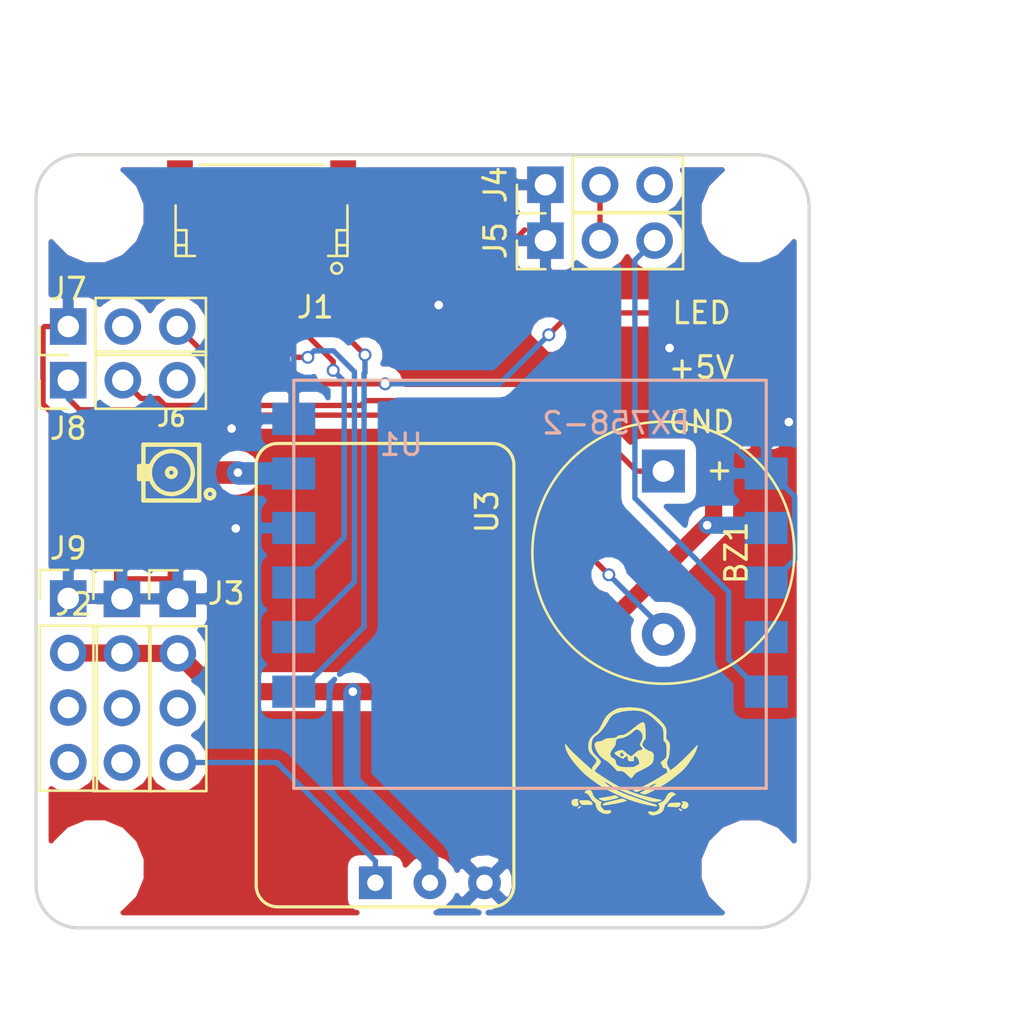
<source format=kicad_pcb>
(kicad_pcb (version 4) (host pcbnew 4.0.6-e0-6349~53~ubuntu16.04.1)

  (general
    (links 29)
    (no_connects 0)
    (area 14.621429 12.3 69.6 61.450001)
    (thickness 1.6)
    (drawings 11)
    (tracks 154)
    (zones 0)
    (modules 20)
    (nets 24)
  )

  (page A4)
  (layers
    (0 F.Cu signal)
    (31 B.Cu signal)
    (32 B.Adhes user)
    (33 F.Adhes user)
    (34 B.Paste user)
    (35 F.Paste user)
    (36 B.SilkS user)
    (37 F.SilkS user)
    (38 B.Mask user)
    (39 F.Mask user)
    (40 Dwgs.User user)
    (41 Cmts.User user)
    (42 Eco1.User user)
    (43 Eco2.User user hide)
    (44 Edge.Cuts user)
    (45 Margin user hide)
    (46 B.CrtYd user hide)
    (47 F.CrtYd user hide)
    (48 B.Fab user hide)
    (49 F.Fab user hide)
  )

  (setup
    (last_trace_width 0.25)
    (trace_clearance 0.2)
    (zone_clearance 0.508)
    (zone_45_only no)
    (trace_min 0.2)
    (segment_width 0.2)
    (edge_width 0.15)
    (via_size 0.6)
    (via_drill 0.4)
    (via_min_size 0.4)
    (via_min_drill 0.3)
    (uvia_size 0.3)
    (uvia_drill 0.1)
    (uvias_allowed no)
    (uvia_min_size 0.2)
    (uvia_min_drill 0.1)
    (pcb_text_width 0.3)
    (pcb_text_size 1.5 1.5)
    (mod_edge_width 0.15)
    (mod_text_size 1 1)
    (mod_text_width 0.15)
    (pad_size 1.524 1.524)
    (pad_drill 0.762)
    (pad_to_mask_clearance 0.2)
    (aux_axis_origin 20 19)
    (grid_origin 20 19)
    (visible_elements FFFFFF7F)
    (pcbplotparams
      (layerselection 0x00030_80000001)
      (usegerberextensions false)
      (excludeedgelayer true)
      (linewidth 0.100000)
      (plotframeref false)
      (viasonmask false)
      (mode 1)
      (useauxorigin false)
      (hpglpennumber 1)
      (hpglpenspeed 20)
      (hpglpendiameter 15)
      (hpglpenoverlay 2)
      (psnegative false)
      (psa4output false)
      (plotreference true)
      (plotvalue true)
      (plotinvisibletext false)
      (padsonsilk false)
      (subtractmaskfromsilk false)
      (outputformat 1)
      (mirror false)
      (drillshape 0)
      (scaleselection 1)
      (outputdirectory ""))
  )

  (net 0 "")
  (net 1 GND)
  (net 2 /RAM)
  (net 3 /video_in)
  (net 4 /vtx_video)
  (net 5 +5V)
  (net 6 /vtx_audio)
  (net 7 +3V3)
  (net 8 /SPI_SLK)
  (net 9 /SPI_MOSI)
  (net 10 /SPI_CS)
  (net 11 /FC_TX1)
  (net 12 /FC_RX1)
  (net 13 /FC_TX2)
  (net 14 /FC_RX2)
  (net 15 /LED_STRIP)
  (net 16 "Net-(J8-Pad3)")
  (net 17 "Net-(J7-Pad2)")
  (net 18 /ant)
  (net 19 /buz+)
  (net 20 /buz-)
  (net 21 "Net-(J9-Pad3)")
  (net 22 +BATT)
  (net 23 "Net-(J1-Pad6)")

  (net_class Default "This is the default net class."
    (clearance 0.2)
    (trace_width 0.25)
    (via_dia 0.6)
    (via_drill 0.4)
    (uvia_dia 0.3)
    (uvia_drill 0.1)
    (add_net +BATT)
    (add_net /FC_RX1)
    (add_net /FC_RX2)
    (add_net /FC_TX1)
    (add_net /FC_TX2)
    (add_net /LED_STRIP)
    (add_net /RAM)
    (add_net /SPI_CS)
    (add_net /SPI_MOSI)
    (add_net /SPI_SLK)
    (add_net /buz+)
    (add_net /buz-)
    (add_net /video_in)
    (add_net /vtx_audio)
    (add_net /vtx_video)
    (add_net GND)
    (add_net "Net-(J1-Pad6)")
    (add_net "Net-(J7-Pad2)")
    (add_net "Net-(J8-Pad3)")
    (add_net "Net-(J9-Pad3)")
  )

  (net_class ant ""
    (clearance 0.2)
    (trace_width 1.05)
    (via_dia 0.6)
    (via_drill 0.4)
    (uvia_dia 0.3)
    (uvia_drill 0.1)
    (add_net /ant)
  )

  (net_class power ""
    (clearance 0.2)
    (trace_width 0.8)
    (via_dia 0.6)
    (via_drill 0.4)
    (uvia_dia 0.3)
    (uvia_drill 0.1)
    (add_net +3V3)
    (add_net +5V)
  )

  (module Pin_Headers:Pin_Header_Straight_1x03_Pitch2.54mm (layer F.Cu) (tedit 58E6F197) (tstamp 58E5387B)
    (at 43.72 23 90)
    (descr "Through hole straight pin header, 1x03, 2.54mm pitch, single row")
    (tags "Through hole pin header THT 1x03 2.54mm single row")
    (path /58E5389C)
    (fp_text reference J5 (at 0 -2.33 90) (layer F.SilkS)
      (effects (font (size 1 1) (thickness 0.15)))
    )
    (fp_text value CONN_01X03 (at 0 7.41 90) (layer F.Fab) hide
      (effects (font (size 1 1) (thickness 0.15)))
    )
    (fp_line (start -1.27 -1.27) (end -1.27 6.35) (layer F.Fab) (width 0.1))
    (fp_line (start -1.27 6.35) (end 1.27 6.35) (layer F.Fab) (width 0.1))
    (fp_line (start 1.27 6.35) (end 1.27 -1.27) (layer F.Fab) (width 0.1))
    (fp_line (start 1.27 -1.27) (end -1.27 -1.27) (layer F.Fab) (width 0.1))
    (fp_line (start -1.33 1.27) (end -1.33 6.41) (layer F.SilkS) (width 0.12))
    (fp_line (start -1.33 6.41) (end 1.33 6.41) (layer F.SilkS) (width 0.12))
    (fp_line (start 1.33 6.41) (end 1.33 1.27) (layer F.SilkS) (width 0.12))
    (fp_line (start 1.33 1.27) (end -1.33 1.27) (layer F.SilkS) (width 0.12))
    (fp_line (start -1.33 0) (end -1.33 -1.33) (layer F.SilkS) (width 0.12))
    (fp_line (start -1.33 -1.33) (end 0 -1.33) (layer F.SilkS) (width 0.12))
    (fp_line (start -1.8 -1.8) (end -1.8 6.85) (layer F.CrtYd) (width 0.05))
    (fp_line (start -1.8 6.85) (end 1.8 6.85) (layer F.CrtYd) (width 0.05))
    (fp_line (start 1.8 6.85) (end 1.8 -1.8) (layer F.CrtYd) (width 0.05))
    (fp_line (start 1.8 -1.8) (end -1.8 -1.8) (layer F.CrtYd) (width 0.05))
    (fp_text user %R (at 0 -2.33 90) (layer F.Fab)
      (effects (font (size 1 1) (thickness 0.15)))
    )
    (pad 1 thru_hole rect (at 0 0 90) (size 1.7 1.7) (drill 1) (layers *.Cu *.Mask)
      (net 1 GND))
    (pad 2 thru_hole oval (at 0 2.54 90) (size 1.7 1.7) (drill 1) (layers *.Cu *.Mask)
      (net 2 /RAM))
    (pad 3 thru_hole oval (at 0 5.08 90) (size 1.7 1.7) (drill 1) (layers *.Cu *.Mask)
      (net 4 /vtx_video))
    (model ${KISYS3DMOD}/Pin_Headers.3dshapes/Pin_Header_Straight_1x03_Pitch2.54mm.wrl
      (at (xyz 0 -0.1 0))
      (scale (xyz 1 1 1))
      (rotate (xyz 0 0 90))
    )
  )

  (module spectre:FX758-2 (layer B.Cu) (tedit 58E8410C) (tstamp 58E52B8C)
    (at 54 48.5 180)
    (path /58E4FEF3)
    (fp_text reference U1 (at 17 16 180) (layer B.SilkS)
      (effects (font (size 1 1) (thickness 0.15)) (justify mirror))
    )
    (fp_text value FX758-2 (at 7 17 180) (layer B.SilkS)
      (effects (font (size 1 1) (thickness 0.15)) (justify mirror))
    )
    (fp_line (start 0 0) (end 0 19) (layer B.SilkS) (width 0.15))
    (fp_line (start 0 19) (end 22 19) (layer B.SilkS) (width 0.15))
    (fp_line (start 22 19) (end 22 0) (layer B.SilkS) (width 0.15))
    (fp_line (start 22 0) (end 0 0) (layer B.SilkS) (width 0.15))
    (pad 5 smd rect (at 0 14.66 180) (size 2 1.5) (layers B.Cu B.Paste B.Mask)
      (net 1 GND))
    (pad 4 smd rect (at 0 12.12 180) (size 2 1.5) (layers B.Cu B.Paste B.Mask)
      (net 5 +5V))
    (pad 3 smd rect (at 0 9.58 180) (size 2 1.5) (layers B.Cu B.Paste B.Mask)
      (net 1 GND))
    (pad 2 smd rect (at 0 7.04 180) (size 2 1.5) (layers B.Cu B.Paste B.Mask)
      (net 6 /vtx_audio))
    (pad 1 smd rect (at 0 4.5 180) (size 2 1.5) (layers B.Cu B.Paste B.Mask)
      (net 4 /vtx_video))
    (pad 11 smd rect (at 22 4.5 180) (size 2 1.5) (layers B.Cu B.Paste B.Mask)
      (net 8 /SPI_SLK))
    (pad 10 smd rect (at 22 7.04 180) (size 2 1.5) (layers B.Cu B.Paste B.Mask)
      (net 9 /SPI_MOSI))
    (pad 9 smd rect (at 22 9.58 180) (size 2 1.5) (layers B.Cu B.Paste B.Mask)
      (net 10 /SPI_CS))
    (pad 8 smd rect (at 22 12.12 180) (size 2 1.5) (layers B.Cu B.Paste B.Mask)
      (net 1 GND))
    (pad 7 smd rect (at 22 14.66 180) (size 2 1.5) (layers B.Cu B.Paste B.Mask)
      (net 18 /ant))
    (pad 6 smd rect (at 22 17.2 180) (size 2 1.5) (layers B.Cu B.Paste B.Mask)
      (net 1 GND))
  )

  (module Buzzers_Beepers:Buzzer_12x9.5RM7.6 (layer F.Cu) (tedit 58B1A329) (tstamp 58E84BB1)
    (at 49.21 33.732 270)
    (descr "Generic Buzzer, D12mm height 9.5mm with RM7.6mm")
    (tags buzzer)
    (path /58E83590)
    (fp_text reference BZ1 (at 3.8 -3.4 270) (layer F.SilkS)
      (effects (font (size 1 1) (thickness 0.15)))
    )
    (fp_text value Buzzer (at 3.8 7.4 270) (layer F.Fab)
      (effects (font (size 1 1) (thickness 0.15)))
    )
    (fp_text user + (at -0.01 -2.54 270) (layer F.Fab)
      (effects (font (size 1 1) (thickness 0.15)))
    )
    (fp_text user + (at -0.01 -2.54 270) (layer F.SilkS)
      (effects (font (size 1 1) (thickness 0.15)))
    )
    (fp_text user %R (at 3.8 -4 270) (layer F.Fab)
      (effects (font (size 1 1) (thickness 0.15)))
    )
    (fp_circle (center 3.8 0) (end 10.05 0) (layer F.CrtYd) (width 0.05))
    (fp_circle (center 3.8 0) (end 9.8 0) (layer F.Fab) (width 0.1))
    (fp_circle (center 3.8 0) (end 4.8 0) (layer F.Fab) (width 0.1))
    (fp_circle (center 3.8 0) (end 9.9 0) (layer F.SilkS) (width 0.12))
    (pad 1 thru_hole rect (at 0 0 270) (size 2 2) (drill 1) (layers *.Cu *.Mask)
      (net 19 /buz+))
    (pad 2 thru_hole circle (at 7.6 0 270) (size 2 2) (drill 1) (layers *.Cu *.Mask)
      (net 20 /buz-))
    (model Buzzers_Beepers.3dshapes/Buzzer_12x9.5RM7.6.wrl
      (at (xyz 0.15 0 0))
      (scale (xyz 4 4 4))
      (rotate (xyz 0 0 0))
    )
  )

  (module Pin_Headers:Pin_Header_Straight_1x03_Pitch2.54mm (layer F.Cu) (tedit 58E6F19B) (tstamp 58E53874)
    (at 43.72 20.4 90)
    (descr "Through hole straight pin header, 1x03, 2.54mm pitch, single row")
    (tags "Through hole pin header THT 1x03 2.54mm single row")
    (path /58E537EB)
    (fp_text reference J4 (at 0 -2.33 270) (layer F.SilkS)
      (effects (font (size 1 1) (thickness 0.15)))
    )
    (fp_text value CONN_01X03 (at 0 7.41 90) (layer F.Fab) hide
      (effects (font (size 1 1) (thickness 0.15)))
    )
    (fp_line (start -1.27 -1.27) (end -1.27 6.35) (layer F.Fab) (width 0.1))
    (fp_line (start -1.27 6.35) (end 1.27 6.35) (layer F.Fab) (width 0.1))
    (fp_line (start 1.27 6.35) (end 1.27 -1.27) (layer F.Fab) (width 0.1))
    (fp_line (start 1.27 -1.27) (end -1.27 -1.27) (layer F.Fab) (width 0.1))
    (fp_line (start -1.33 1.27) (end -1.33 6.41) (layer F.SilkS) (width 0.12))
    (fp_line (start -1.33 6.41) (end 1.33 6.41) (layer F.SilkS) (width 0.12))
    (fp_line (start 1.33 6.41) (end 1.33 1.27) (layer F.SilkS) (width 0.12))
    (fp_line (start 1.33 1.27) (end -1.33 1.27) (layer F.SilkS) (width 0.12))
    (fp_line (start -1.33 0) (end -1.33 -1.33) (layer F.SilkS) (width 0.12))
    (fp_line (start -1.33 -1.33) (end 0 -1.33) (layer F.SilkS) (width 0.12))
    (fp_line (start -1.8 -1.8) (end -1.8 6.85) (layer F.CrtYd) (width 0.05))
    (fp_line (start -1.8 6.85) (end 1.8 6.85) (layer F.CrtYd) (width 0.05))
    (fp_line (start 1.8 6.85) (end 1.8 -1.8) (layer F.CrtYd) (width 0.05))
    (fp_line (start 1.8 -1.8) (end -1.8 -1.8) (layer F.CrtYd) (width 0.05))
    (fp_text user %R (at 0 -2.33 270) (layer F.Fab)
      (effects (font (size 1 1) (thickness 0.15)))
    )
    (pad 1 thru_hole rect (at 0 0 90) (size 1.7 1.7) (drill 1) (layers *.Cu *.Mask)
      (net 1 GND))
    (pad 2 thru_hole oval (at 0 2.54 90) (size 1.7 1.7) (drill 1) (layers *.Cu *.Mask)
      (net 2 /RAM))
    (pad 3 thru_hole oval (at 0 5.08 90) (size 1.7 1.7) (drill 1) (layers *.Cu *.Mask)
      (net 3 /video_in))
    (model ${KISYS3DMOD}/Pin_Headers.3dshapes/Pin_Header_Straight_1x03_Pitch2.54mm.wrl
      (at (xyz 0 -0.1 0))
      (scale (xyz 1 1 1))
      (rotate (xyz 0 0 90))
    )
  )

  (module Mounting_Holes:MountingHole_3.5mm placed (layer F.Cu) (tedit 58E6F171) (tstamp 58E52EB1)
    (at 53.25 21.75)
    (descr "Mounting Hole 3.5mm, no annular")
    (tags "mounting hole 3.5mm no annular")
    (fp_text reference REF** (at 0 -4.5) (layer F.SilkS) hide
      (effects (font (size 1 1) (thickness 0.15)))
    )
    (fp_text value MountingHole_3.5mm (at 0 4.5) (layer F.Fab) hide
      (effects (font (size 1 1) (thickness 0.15)))
    )
    (fp_circle (center 0 0) (end 3.5 0) (layer Cmts.User) (width 0.15))
    (fp_circle (center 0 0) (end 3.75 0) (layer F.CrtYd) (width 0.05))
    (pad 1 np_thru_hole circle (at 0 0) (size 3.5 3.5) (drill 3.5) (layers *.Cu *.Mask))
  )

  (module Mounting_Holes:MountingHole_3.5mm placed (layer F.Cu) (tedit 58E6F176) (tstamp 58E52FFE)
    (at 22.75 21.75)
    (descr "Mounting Hole 3.5mm, no annular")
    (tags "mounting hole 3.5mm no annular")
    (fp_text reference REF** (at 0 -4.5) (layer F.SilkS) hide
      (effects (font (size 1 1) (thickness 0.15)))
    )
    (fp_text value MountingHole_3.5mm (at 0 4.5) (layer F.Fab) hide
      (effects (font (size 1 1) (thickness 0.15)))
    )
    (fp_circle (center 0 0) (end 3.5 0) (layer Cmts.User) (width 0.15))
    (fp_circle (center 0 0) (end 3.75 0) (layer F.CrtYd) (width 0.05))
    (pad 1 np_thru_hole circle (at 0 0) (size 3.5 3.5) (drill 3.5) (layers *.Cu *.Mask))
  )

  (module Mounting_Holes:MountingHole_3.5mm placed (layer F.Cu) (tedit 58E6F16B) (tstamp 58E53002)
    (at 53.25 52.25)
    (descr "Mounting Hole 3.5mm, no annular")
    (tags "mounting hole 3.5mm no annular")
    (fp_text reference REF** (at 0 -4.5) (layer F.SilkS) hide
      (effects (font (size 1 1) (thickness 0.15)))
    )
    (fp_text value MountingHole_3.5mm (at 0 4.5) (layer F.Fab) hide
      (effects (font (size 1 1) (thickness 0.15)))
    )
    (fp_circle (center 0 0) (end 3.5 0) (layer Cmts.User) (width 0.15))
    (fp_circle (center 0 0) (end 3.75 0) (layer F.CrtYd) (width 0.05))
    (pad 1 np_thru_hole circle (at 0 0) (size 3.5 3.5) (drill 3.5) (layers *.Cu *.Mask))
  )

  (module Mounting_Holes:MountingHole_3.5mm placed (layer F.Cu) (tedit 58E6BB53) (tstamp 58E53004)
    (at 22.75 52.25)
    (descr "Mounting Hole 3.5mm, no annular")
    (tags "mounting hole 3.5mm no annular")
    (fp_text reference REF** (at 0 -4.5) (layer F.SilkS) hide
      (effects (font (size 1 1) (thickness 0.15)))
    )
    (fp_text value MountingHole_3.5mm (at 0 4.5) (layer F.Fab) hide
      (effects (font (size 1 1) (thickness 0.15)))
    )
    (fp_circle (center 0 0) (end 3.5 0) (layer Cmts.User) (width 0.15))
    (fp_circle (center 0 0) (end 3.75 0) (layer F.CrtYd) (width 0.05))
    (pad 1 np_thru_hole circle (at 0 0) (size 3.5 3.5) (drill 3.5) (layers *.Cu *.Mask))
  )

  (module Connectors_JST:JST_SH_SM06B-SRSS-TB_06x1.00mm_Angled (layer F.Cu) (tedit 58E6F1A3) (tstamp 58E5339A)
    (at 30.5 22.1 180)
    (descr http://www.jst-mfg.com/product/pdf/eng/eSH.pdf)
    (tags "connector jst sh")
    (path /58E53311)
    (attr smd)
    (fp_text reference J1 (at -2.5 -4 180) (layer F.SilkS)
      (effects (font (size 1 1) (thickness 0.15)))
    )
    (fp_text value CONN_01X06 (at 0 4.5 180) (layer F.Fab) hide
      (effects (font (size 1 1) (thickness 0.15)))
    )
    (fp_circle (center -3.5 -2.1875) (end -3.25 -2.1875) (layer F.SilkS) (width 0.12))
    (fp_line (start -2.9 2.6375) (end 2.9 2.6375) (layer F.SilkS) (width 0.12))
    (fp_line (start -4 0.7375) (end -4 -1.6125) (layer F.SilkS) (width 0.12))
    (fp_line (start -4 -1.6125) (end -3.1 -1.6125) (layer F.SilkS) (width 0.12))
    (fp_line (start -3.5 -1.6125) (end -3.5 -0.4125) (layer F.SilkS) (width 0.12))
    (fp_line (start -3.5 -0.4125) (end -3.5 -0.4125) (layer F.SilkS) (width 0.12))
    (fp_line (start -3.5 -0.4125) (end -3.5 -1.6125) (layer F.SilkS) (width 0.12))
    (fp_line (start -3.5 -1.6125) (end -3.5 -1.6125) (layer F.SilkS) (width 0.12))
    (fp_line (start -3.5 -1.1125) (end -3.5 -1.1125) (layer F.SilkS) (width 0.12))
    (fp_line (start -3.5 -1.1125) (end -4 -1.1125) (layer F.SilkS) (width 0.12))
    (fp_line (start -4 -1.1125) (end -4 -1.1125) (layer F.SilkS) (width 0.12))
    (fp_line (start -4 -1.1125) (end -3.5 -1.1125) (layer F.SilkS) (width 0.12))
    (fp_line (start -3.5 -0.4125) (end -3.5 -0.4125) (layer F.SilkS) (width 0.12))
    (fp_line (start -3.5 -0.4125) (end -4 -0.4125) (layer F.SilkS) (width 0.12))
    (fp_line (start -4 -0.4125) (end -4 -0.4125) (layer F.SilkS) (width 0.12))
    (fp_line (start -4 -0.4125) (end -3.5 -0.4125) (layer F.SilkS) (width 0.12))
    (fp_line (start 4 0.7375) (end 4 -1.6125) (layer F.SilkS) (width 0.12))
    (fp_line (start 4 -1.6125) (end 3.1 -1.6125) (layer F.SilkS) (width 0.12))
    (fp_line (start 3.5 -1.6125) (end 3.5 -0.4125) (layer F.SilkS) (width 0.12))
    (fp_line (start 3.5 -0.4125) (end 3.5 -0.4125) (layer F.SilkS) (width 0.12))
    (fp_line (start 3.5 -0.4125) (end 3.5 -1.6125) (layer F.SilkS) (width 0.12))
    (fp_line (start 3.5 -1.6125) (end 3.5 -1.6125) (layer F.SilkS) (width 0.12))
    (fp_line (start 3.5 -1.1125) (end 3.5 -1.1125) (layer F.SilkS) (width 0.12))
    (fp_line (start 3.5 -1.1125) (end 4 -1.1125) (layer F.SilkS) (width 0.12))
    (fp_line (start 4 -1.1125) (end 4 -1.1125) (layer F.SilkS) (width 0.12))
    (fp_line (start 4 -1.1125) (end 3.5 -1.1125) (layer F.SilkS) (width 0.12))
    (fp_line (start 3.5 -0.4125) (end 3.5 -0.4125) (layer F.SilkS) (width 0.12))
    (fp_line (start 3.5 -0.4125) (end 4 -0.4125) (layer F.SilkS) (width 0.12))
    (fp_line (start 4 -0.4125) (end 4 -0.4125) (layer F.SilkS) (width 0.12))
    (fp_line (start 4 -0.4125) (end 3.5 -0.4125) (layer F.SilkS) (width 0.12))
    (fp_line (start -4.9 3.35) (end -4.9 -3.25) (layer F.CrtYd) (width 0.05))
    (fp_line (start -4.9 -3.25) (end 4.9 -3.25) (layer F.CrtYd) (width 0.05))
    (fp_line (start 4.9 -3.25) (end 4.9 3.35) (layer F.CrtYd) (width 0.05))
    (fp_line (start 4.9 3.35) (end -4.9 3.35) (layer F.CrtYd) (width 0.05))
    (pad 1 smd rect (at -2.5 -1.9375 180) (size 0.6 1.55) (layers F.Cu F.Paste F.Mask)
      (net 1 GND))
    (pad 2 smd rect (at -1.5 -1.9375 180) (size 0.6 1.55) (layers F.Cu F.Paste F.Mask)
      (net 7 +3V3))
    (pad 3 smd rect (at -0.5 -1.9375 180) (size 0.6 1.55) (layers F.Cu F.Paste F.Mask)
      (net 8 /SPI_SLK))
    (pad 4 smd rect (at 0.5 -1.9375 180) (size 0.6 1.55) (layers F.Cu F.Paste F.Mask)
      (net 10 /SPI_CS))
    (pad 5 smd rect (at 1.5 -1.9375 180) (size 0.6 1.55) (layers F.Cu F.Paste F.Mask)
      (net 9 /SPI_MOSI))
    (pad 6 smd rect (at 2.5 -1.9375 180) (size 0.6 1.55) (layers F.Cu F.Paste F.Mask)
      (net 23 "Net-(J1-Pad6)"))
    (pad "" smd rect (at -3.8 1.9375 180) (size 1.2 1.8) (layers F.Cu F.Paste F.Mask))
    (pad "" smd rect (at 3.8 1.9375 180) (size 1.2 1.8) (layers F.Cu F.Paste F.Mask))
  )

  (module Pin_Headers:Pin_Header_Straight_1x04_Pitch2.54mm (layer F.Cu) (tedit 58E6F1AA) (tstamp 58E53576)
    (at 24 39.68)
    (descr "Through hole straight pin header, 1x04, 2.54mm pitch, single row")
    (tags "Through hole pin header THT 1x04 2.54mm single row")
    (path /58E533C8)
    (fp_text reference J2 (at -2.25 0.25) (layer F.SilkS)
      (effects (font (size 1 1) (thickness 0.15)))
    )
    (fp_text value CONN_01X04 (at 0 9.95) (layer F.Fab) hide
      (effects (font (size 1 1) (thickness 0.15)))
    )
    (fp_line (start -1.27 -1.27) (end -1.27 8.89) (layer F.Fab) (width 0.1))
    (fp_line (start -1.27 8.89) (end 1.27 8.89) (layer F.Fab) (width 0.1))
    (fp_line (start 1.27 8.89) (end 1.27 -1.27) (layer F.Fab) (width 0.1))
    (fp_line (start 1.27 -1.27) (end -1.27 -1.27) (layer F.Fab) (width 0.1))
    (fp_line (start -1.33 1.27) (end -1.33 8.95) (layer F.SilkS) (width 0.12))
    (fp_line (start -1.33 8.95) (end 1.33 8.95) (layer F.SilkS) (width 0.12))
    (fp_line (start 1.33 8.95) (end 1.33 1.27) (layer F.SilkS) (width 0.12))
    (fp_line (start 1.33 1.27) (end -1.33 1.27) (layer F.SilkS) (width 0.12))
    (fp_line (start -1.33 0) (end -1.33 -1.33) (layer F.SilkS) (width 0.12))
    (fp_line (start -1.33 -1.33) (end 0 -1.33) (layer F.SilkS) (width 0.12))
    (fp_line (start -1.8 -1.8) (end -1.8 9.4) (layer F.CrtYd) (width 0.05))
    (fp_line (start -1.8 9.4) (end 1.8 9.4) (layer F.CrtYd) (width 0.05))
    (fp_line (start 1.8 9.4) (end 1.8 -1.8) (layer F.CrtYd) (width 0.05))
    (fp_line (start 1.8 -1.8) (end -1.8 -1.8) (layer F.CrtYd) (width 0.05))
    (fp_text user %R (at 0 -2.33) (layer F.Fab)
      (effects (font (size 1 1) (thickness 0.15)))
    )
    (pad 1 thru_hole rect (at 0 0) (size 1.7 1.7) (drill 1) (layers *.Cu *.Mask)
      (net 1 GND))
    (pad 2 thru_hole oval (at 0 2.54) (size 1.7 1.7) (drill 1) (layers *.Cu *.Mask)
      (net 5 +5V))
    (pad 3 thru_hole oval (at 0 5.08) (size 1.7 1.7) (drill 1) (layers *.Cu *.Mask)
      (net 11 /FC_TX1))
    (pad 4 thru_hole oval (at 0 7.62) (size 1.7 1.7) (drill 1) (layers *.Cu *.Mask)
      (net 12 /FC_RX1))
    (model ${KISYS3DMOD}/Pin_Headers.3dshapes/Pin_Header_Straight_1x04_Pitch2.54mm.wrl
      (at (xyz 0 -0.15 0))
      (scale (xyz 1 1 1))
      (rotate (xyz 0 0 90))
    )
  )

  (module Pin_Headers:Pin_Header_Straight_1x04_Pitch2.54mm (layer F.Cu) (tedit 58E6F1B2) (tstamp 58E5375C)
    (at 26.6 39.68)
    (descr "Through hole straight pin header, 1x04, 2.54mm pitch, single row")
    (tags "Through hole pin header THT 1x04 2.54mm single row")
    (path /58E5379C)
    (fp_text reference J3 (at 2.25 -0.25) (layer F.SilkS)
      (effects (font (size 1 1) (thickness 0.15)))
    )
    (fp_text value CONN_01X04 (at 0 9.95) (layer F.Fab) hide
      (effects (font (size 1 1) (thickness 0.15)))
    )
    (fp_line (start -1.27 -1.27) (end -1.27 8.89) (layer F.Fab) (width 0.1))
    (fp_line (start -1.27 8.89) (end 1.27 8.89) (layer F.Fab) (width 0.1))
    (fp_line (start 1.27 8.89) (end 1.27 -1.27) (layer F.Fab) (width 0.1))
    (fp_line (start 1.27 -1.27) (end -1.27 -1.27) (layer F.Fab) (width 0.1))
    (fp_line (start -1.33 1.27) (end -1.33 8.95) (layer F.SilkS) (width 0.12))
    (fp_line (start -1.33 8.95) (end 1.33 8.95) (layer F.SilkS) (width 0.12))
    (fp_line (start 1.33 8.95) (end 1.33 1.27) (layer F.SilkS) (width 0.12))
    (fp_line (start 1.33 1.27) (end -1.33 1.27) (layer F.SilkS) (width 0.12))
    (fp_line (start -1.33 0) (end -1.33 -1.33) (layer F.SilkS) (width 0.12))
    (fp_line (start -1.33 -1.33) (end 0 -1.33) (layer F.SilkS) (width 0.12))
    (fp_line (start -1.8 -1.8) (end -1.8 9.4) (layer F.CrtYd) (width 0.05))
    (fp_line (start -1.8 9.4) (end 1.8 9.4) (layer F.CrtYd) (width 0.05))
    (fp_line (start 1.8 9.4) (end 1.8 -1.8) (layer F.CrtYd) (width 0.05))
    (fp_line (start 1.8 -1.8) (end -1.8 -1.8) (layer F.CrtYd) (width 0.05))
    (fp_text user %R (at 0 -2.33) (layer F.Fab)
      (effects (font (size 1 1) (thickness 0.15)))
    )
    (pad 1 thru_hole rect (at 0 0) (size 1.7 1.7) (drill 1) (layers *.Cu *.Mask)
      (net 1 GND))
    (pad 2 thru_hole oval (at 0 2.54) (size 1.7 1.7) (drill 1) (layers *.Cu *.Mask)
      (net 5 +5V))
    (pad 3 thru_hole oval (at 0 5.08) (size 1.7 1.7) (drill 1) (layers *.Cu *.Mask)
      (net 13 /FC_TX2))
    (pad 4 thru_hole oval (at 0 7.62) (size 1.7 1.7) (drill 1) (layers *.Cu *.Mask)
      (net 14 /FC_RX2))
    (model ${KISYS3DMOD}/Pin_Headers.3dshapes/Pin_Header_Straight_1x04_Pitch2.54mm.wrl
      (at (xyz 0 -0.15 0))
      (scale (xyz 1 1 1))
      (rotate (xyz 0 0 90))
    )
  )

  (module connect-sm:U.FL-COAX (layer F.Cu) (tedit 0) (tstamp 58E5414A)
    (at 26.3 33.8 180)
    (path /58E53EA6)
    (attr smd)
    (fp_text reference J6 (at 0 2.54 180) (layer F.SilkS)
      (effects (font (size 0.762 0.762) (thickness 0.1524)))
    )
    (fp_text value COAX-JACK (at 0 0 180) (layer F.SilkS) hide
      (effects (font (size 0.762 0.762) (thickness 0.1524)))
    )
    (fp_line (start 1.1 0.3) (end 1.1 -0.3) (layer F.SilkS) (width 0.2032))
    (fp_line (start 1.5 0.3) (end 1 0.3) (layer F.SilkS) (width 0.2032))
    (fp_line (start 1.5 0.3) (end 1.5 -0.3) (layer F.SilkS) (width 0.2032))
    (fp_line (start 1.5 -0.3) (end 1 -0.3) (layer F.SilkS) (width 0.2032))
    (fp_circle (center 0 0) (end 0.2 0) (layer F.SilkS) (width 0.2032))
    (fp_circle (center 0 0) (end 1 0) (layer F.SilkS) (width 0.2032))
    (fp_circle (center -1.8 -1) (end -1.6 -1) (layer F.SilkS) (width 0.2032))
    (fp_line (start -1.3 -1.3) (end -1.3 1.3) (layer F.SilkS) (width 0.2032))
    (fp_line (start -1.3 1.3) (end 1.3 1.3) (layer F.SilkS) (width 0.2032))
    (fp_line (start 1.3 1.3) (end 1.3 -1.3) (layer F.SilkS) (width 0.2032))
    (fp_line (start 1.3 -1.3) (end -1.3 -1.3) (layer F.SilkS) (width 0.2032))
    (pad 1 smd rect (at -1.5 0 180) (size 1 1) (layers F.Cu F.Paste F.Mask)
      (net 18 /ant))
    (pad 2 smd rect (at 0 -1.5 180) (size 2.2 1) (layers F.Cu F.Paste F.Mask)
      (net 1 GND))
    (pad 3 smd rect (at 0 1.5 180) (size 2.2 1) (layers F.Cu F.Paste F.Mask)
      (net 1 GND))
  )

  (module spectre:bitmap (layer F.Cu) (tedit 0) (tstamp 58E6B37C)
    (at 47.686 47.194)
    (fp_text reference G*** (at 0 0) (layer F.SilkS) hide
      (effects (font (thickness 0.3)))
    )
    (fp_text value LOGO (at 0.75 0) (layer F.SilkS) hide
      (effects (font (thickness 0.3)))
    )
    (fp_poly (pts (xy 1.964929 1.497149) (xy 2.026119 1.526869) (xy 2.0644 1.559116) (xy 2.106304 1.604856)
      (xy 2.034227 1.633768) (xy 1.987826 1.656736) (xy 1.943501 1.688894) (xy 1.897879 1.733562)
      (xy 1.847586 1.794063) (xy 1.789248 1.873715) (xy 1.786518 1.877605) (xy 1.746773 1.930032)
      (xy 1.702337 1.98203) (xy 1.661171 2.02444) (xy 1.65077 2.033819) (xy 1.616142 2.065024)
      (xy 1.59467 2.090741) (xy 1.581355 2.119935) (xy 1.5712 2.161566) (xy 1.566759 2.184465)
      (xy 1.537854 2.286114) (xy 1.493347 2.367757) (xy 1.444874 2.420088) (xy 1.390309 2.457236)
      (xy 1.318617 2.493008) (xy 1.237975 2.523839) (xy 1.156562 2.546165) (xy 1.154671 2.546566)
      (xy 1.095345 2.557975) (xy 1.051661 2.562925) (xy 1.014783 2.561735) (xy 0.975874 2.554723)
      (xy 0.969521 2.553238) (xy 0.913722 2.533564) (xy 0.867942 2.505417) (xy 0.83597 2.472549)
      (xy 0.821596 2.438711) (xy 0.826308 2.411489) (xy 0.844484 2.390697) (xy 0.873232 2.381491)
      (xy 0.916798 2.383429) (xy 0.978044 2.395736) (xy 1.060591 2.408438) (xy 1.132156 2.402104)
      (xy 1.199843 2.375533) (xy 1.238062 2.351809) (xy 1.298466 2.298824) (xy 1.334278 2.240816)
      (xy 1.345304 2.178498) (xy 1.331351 2.112582) (xy 1.312907 2.074962) (xy 1.295005 2.042399)
      (xy 1.285038 2.020216) (xy 1.284332 2.014629) (xy 1.297955 2.008685) (xy 1.327853 1.997215)
      (xy 1.35255 1.988146) (xy 1.446533 1.947181) (xy 1.52157 1.897182) (xy 1.582829 1.833392)
      (xy 1.635483 1.751058) (xy 1.657059 1.70815) (xy 1.684394 1.654705) (xy 1.712724 1.606516)
      (xy 1.737661 1.570775) (xy 1.74772 1.559598) (xy 1.787536 1.529769) (xy 1.834945 1.504572)
      (xy 1.879847 1.488847) (xy 1.901417 1.48597) (xy 1.964929 1.497149)) (layer F.SilkS) (width 0.01))
    (fp_poly (pts (xy -1.939229 1.386747) (xy -1.936106 1.387) (xy -1.885826 1.395196) (xy -1.847801 1.41286)
      (xy -1.818235 1.443955) (xy -1.793332 1.492444) (xy -1.7698 1.560636) (xy -1.75007 1.619588)
      (xy -1.729991 1.663068) (xy -1.704318 1.700529) (xy -1.671943 1.737075) (xy -1.623974 1.781536)
      (xy -1.565944 1.82601) (xy -1.504936 1.865838) (xy -1.448033 1.896365) (xy -1.4055 1.912209)
      (xy -1.376178 1.924034) (xy -1.36338 1.94426) (xy -1.365723 1.977819) (xy -1.376679 2.014984)
      (xy -1.388933 2.058042) (xy -1.396169 2.097182) (xy -1.397 2.109475) (xy -1.387139 2.145929)
      (xy -1.360311 2.190972) (xy -1.320655 2.239053) (xy -1.27231 2.284627) (xy -1.257732 2.296218)
      (xy -1.201746 2.33892) (xy -1.072005 2.330077) (xy -0.942264 2.321233) (xy -0.920522 2.354416)
      (xy -0.906542 2.379814) (xy -0.90784 2.399106) (xy -0.919409 2.419085) (xy -0.959166 2.458406)
      (xy -1.018644 2.484275) (xy -1.098974 2.497155) (xy -1.11125 2.497913) (xy -1.180757 2.497527)
      (xy -1.2387 2.487073) (xy -1.265068 2.47838) (xy -1.381754 2.425396) (xy -1.475406 2.361794)
      (xy -1.5461 2.287492) (xy -1.593913 2.202406) (xy -1.618924 2.106453) (xy -1.620061 2.097263)
      (xy -1.626452 2.053069) (xy -1.636741 2.022126) (xy -1.655958 1.994654) (xy -1.689134 1.960877)
      (xy -1.691274 1.958823) (xy -1.725767 1.926811) (xy -1.75508 1.90145) (xy -1.772075 1.888761)
      (xy -1.785853 1.874008) (xy -1.808648 1.84221) (xy -1.836984 1.79844) (xy -1.860141 1.760198)
      (xy -1.89335 1.706515) (xy -1.92685 1.656984) (xy -1.955882 1.618434) (xy -1.970045 1.602554)
      (xy -2.002289 1.576369) (xy -2.043556 1.54976) (xy -2.085677 1.527289) (xy -2.120486 1.513515)
      (xy -2.133462 1.5113) (xy -2.146655 1.504486) (xy -2.142449 1.48685) (xy -2.123919 1.462598)
      (xy -2.094143 1.435937) (xy -2.06297 1.414921) (xy -2.022226 1.394256) (xy -1.985662 1.385896)
      (xy -1.939229 1.386747)) (layer F.SilkS) (width 0.01))
    (fp_poly (pts (xy 2.266782 2.248635) (xy 2.298103 2.260618) (xy 2.333996 2.279894) (xy 2.36718 2.302148)
      (xy 2.390371 2.323066) (xy 2.396756 2.3368) (xy 2.383376 2.35466) (xy 2.355815 2.357996)
      (xy 2.320834 2.346655) (xy 2.307525 2.338815) (xy 2.271998 2.310252) (xy 2.248754 2.281985)
      (xy 2.241086 2.258966) (xy 2.247316 2.24826) (xy 2.266782 2.248635)) (layer F.SilkS) (width 0.01))
    (fp_poly (pts (xy 2.496642 1.919615) (xy 2.544379 1.925197) (xy 2.580841 1.93476) (xy 2.581682 1.935113)
      (xy 2.636327 1.969262) (xy 2.671127 2.013582) (xy 2.687191 2.063888) (xy 2.685631 2.115994)
      (xy 2.667554 2.165716) (xy 2.634071 2.208869) (xy 2.586292 2.241268) (xy 2.525325 2.258727)
      (xy 2.495384 2.2606) (xy 2.443171 2.256138) (xy 2.405296 2.240987) (xy 2.39424 2.233159)
      (xy 2.372294 2.212369) (xy 2.363868 2.189808) (xy 2.365146 2.154453) (xy 2.365594 2.150377)
      (xy 2.377099 2.103939) (xy 2.398082 2.056365) (xy 2.405116 2.044739) (xy 2.42469 2.013948)
      (xy 2.436656 1.99279) (xy 2.4384 1.988148) (xy 2.428326 1.97877) (xy 2.403568 1.963891)
      (xy 2.39845 1.961193) (xy 2.373554 1.945738) (xy 2.370167 1.934669) (xy 2.376225 1.929311)
      (xy 2.403521 1.921417) (xy 2.446674 1.918269) (xy 2.496642 1.919615)) (layer F.SilkS) (width 0.01))
    (fp_poly (pts (xy -2.3114 2.14473) (xy -2.323849 2.176253) (xy -2.360192 2.206621) (xy -2.403532 2.228365)
      (xy -2.44428 2.243592) (xy -2.465701 2.246364) (xy -2.470603 2.236683) (xy -2.468224 2.228408)
      (xy -2.453395 2.210209) (xy -2.424018 2.185375) (xy -2.387781 2.159542) (xy -2.352377 2.138346)
      (xy -2.333625 2.129786) (xy -2.315501 2.129687) (xy -2.3114 2.14473)) (layer F.SilkS) (width 0.01))
    (fp_poly (pts (xy 2.246009 1.971176) (xy 2.272993 1.973647) (xy 2.291109 1.978495) (xy 2.304481 1.985968)
      (xy 2.309713 1.98998) (xy 2.33025 2.019956) (xy 2.327175 2.057787) (xy 2.300399 2.103822)
      (xy 2.273578 2.134839) (xy 2.258469 2.150821) (xy 2.245045 2.163175) (xy 2.230077 2.172214)
      (xy 2.210334 2.178251) (xy 2.182585 2.1816) (xy 2.1436 2.182576) (xy 2.090149 2.181491)
      (xy 2.019002 2.178659) (xy 1.926927 2.174393) (xy 1.88595 2.17247) (xy 1.812488 2.168529)
      (xy 1.761305 2.163934) (xy 1.729284 2.15752) (xy 1.713309 2.148124) (xy 1.710264 2.134582)
      (xy 1.717032 2.115729) (xy 1.719717 2.11039) (xy 1.745807 2.071504) (xy 1.780903 2.033249)
      (xy 1.81677 2.003923) (xy 1.83515 1.994096) (xy 1.856017 1.990362) (xy 1.897393 1.98615)
      (xy 1.9544 1.981847) (xy 2.022159 1.977835) (xy 2.070616 1.975526) (xy 2.148945 1.972364)
      (xy 2.206034 1.970831) (xy 2.246009 1.971176)) (layer F.SilkS) (width 0.01))
    (fp_poly (pts (xy -2.480244 1.810013) (xy -2.4432 1.816997) (xy -2.424714 1.825468) (xy -2.427634 1.834476)
      (xy -2.435371 1.837995) (xy -2.46085 1.858343) (xy -2.467163 1.894618) (xy -2.454365 1.947231)
      (xy -2.451183 1.955589) (xy -2.431847 2.014258) (xy -2.427597 2.05796) (xy -2.438632 2.09231)
      (xy -2.456873 2.115127) (xy -2.484372 2.135877) (xy -2.518371 2.144706) (xy -2.548948 2.145802)
      (xy -2.594982 2.141855) (xy -2.637312 2.132558) (xy -2.64858 2.128436) (xy -2.702716 2.092655)
      (xy -2.739596 2.042482) (xy -2.755537 1.983261) (xy -2.7559 1.97266) (xy -2.746897 1.906578)
      (xy -2.719555 1.857252) (xy -2.673378 1.824309) (xy -2.607869 1.807377) (xy -2.532996 1.805466)
      (xy -2.480244 1.810013)) (layer F.SilkS) (width 0.01))
    (fp_poly (pts (xy 0.021935 -2.458782) (xy 0.05715 -2.457418) (xy 0.199877 -2.448054) (xy 0.321584 -2.43639)
      (xy 0.42661 -2.42151) (xy 0.519298 -2.402495) (xy 0.603987 -2.37843) (xy 0.68502 -2.348395)
      (xy 0.766738 -2.311474) (xy 0.78105 -2.304427) (xy 0.880951 -2.248059) (xy 0.99209 -2.173366)
      (xy 1.111163 -2.082847) (xy 1.234864 -1.979003) (xy 1.349152 -1.874573) (xy 1.446831 -1.777565)
      (xy 1.524308 -1.690077) (xy 1.583219 -1.608652) (xy 1.625198 -1.529834) (xy 1.651879 -1.450166)
      (xy 1.664896 -1.366191) (xy 1.665883 -1.274453) (xy 1.661373 -1.214167) (xy 1.654468 -1.131069)
      (xy 1.653563 -1.06773) (xy 1.659901 -1.018958) (xy 1.674728 -0.979562) (xy 1.699289 -0.944348)
      (xy 1.734742 -0.908207) (xy 1.767329 -0.875423) (xy 1.792067 -0.842788) (xy 1.809668 -0.806538)
      (xy 1.820847 -0.762911) (xy 1.826318 -0.708143) (xy 1.826795 -0.638474) (xy 1.822991 -0.55014)
      (xy 1.817827 -0.470345) (xy 1.811494 -0.382547) (xy 1.805677 -0.314322) (xy 1.799268 -0.259896)
      (xy 1.791161 -0.213494) (xy 1.780247 -0.169343) (xy 1.76542 -0.121666) (xy 1.745572 -0.064689)
      (xy 1.733722 -0.03175) (xy 1.71177 0.032265) (xy 1.698764 0.079832) (xy 1.693299 0.117698)
      (xy 1.693969 0.152608) (xy 1.694398 0.156951) (xy 1.706964 0.209391) (xy 1.732584 0.272141)
      (xy 1.767253 0.336693) (xy 1.805154 0.392237) (xy 1.822428 0.421917) (xy 1.8288 0.446212)
      (xy 1.833793 0.465911) (xy 1.839987 0.4699) (xy 1.853878 0.462826) (xy 1.884088 0.44345)
      (xy 1.926488 0.414536) (xy 1.976949 0.378848) (xy 1.989742 0.369625) (xy 2.049821 0.323136)
      (xy 2.124592 0.260381) (xy 2.211533 0.183769) (xy 2.308121 0.095709) (xy 2.411833 -0.00139)
      (xy 2.520146 -0.105119) (xy 2.630536 -0.213067) (xy 2.740482 -0.322826) (xy 2.84746 -0.431987)
      (xy 2.948947 -0.53814) (xy 3.018777 -0.613067) (xy 3.056492 -0.652352) (xy 3.087966 -0.681972)
      (xy 3.109413 -0.69856) (xy 3.116772 -0.700244) (xy 3.118273 -0.679296) (xy 3.111291 -0.640041)
      (xy 3.097353 -0.587516) (xy 3.077988 -0.526757) (xy 3.054722 -0.462802) (xy 3.029083 -0.400688)
      (xy 3.019602 -0.379823) (xy 2.987314 -0.315906) (xy 2.946645 -0.242724) (xy 2.904041 -0.171636)
      (xy 2.882046 -0.137436) (xy 2.839182 -0.072625) (xy 2.789943 0.002319) (xy 2.741696 0.076165)
      (xy 2.715452 0.116564) (xy 2.632182 0.233761) (xy 2.534902 0.351816) (xy 2.430854 0.462527)
      (xy 2.327278 0.557688) (xy 2.323012 0.56125) (xy 2.214677 0.6499) (xy 2.101353 0.740053)
      (xy 1.987196 0.828563) (xy 1.87636 0.912282) (xy 1.773001 0.988062) (xy 1.681275 1.052756)
      (xy 1.61925 1.094293) (xy 1.562755 1.129543) (xy 1.489026 1.173531) (xy 1.402797 1.223613)
      (xy 1.308805 1.277141) (xy 1.211784 1.331469) (xy 1.116468 1.383952) (xy 1.027593 1.431942)
      (xy 0.949894 1.472795) (xy 0.888105 1.503863) (xy 0.876171 1.509568) (xy 0.803735 1.543245)
      (xy 0.748575 1.566688) (xy 0.70514 1.580799) (xy 0.667878 1.586482) (xy 0.631237 1.584637)
      (xy 0.589665 1.576168) (xy 0.543467 1.563634) (xy 0.494517 1.548833) (xy 0.456476 1.535483)
      (xy 0.434799 1.52559) (xy 0.4318 1.52255) (xy 0.442747 1.514732) (xy 0.473704 1.497275)
      (xy 0.52184 1.471653) (xy 0.584326 1.439344) (xy 0.658333 1.401823) (xy 0.74103 1.360566)
      (xy 0.765175 1.348636) (xy 0.876501 1.293127) (xy 0.966463 1.24684) (xy 1.036929 1.208732)
      (xy 1.089767 1.177761) (xy 1.126846 1.152885) (xy 1.14808 1.135053) (xy 1.17553 1.106914)
      (xy 1.186402 1.091636) (xy 1.182532 1.084592) (xy 1.169285 1.081658) (xy 1.148686 1.085944)
      (xy 1.10838 1.100927) (xy 1.051115 1.125424) (xy 0.979636 1.158253) (xy 0.89669 1.198232)
      (xy 0.884805 1.204092) (xy 0.743387 1.273619) (xy 0.623269 1.331824) (xy 0.523285 1.379232)
      (xy 0.442267 1.416372) (xy 0.379049 1.443768) (xy 0.332464 1.461949) (xy 0.301346 1.47144)
      (xy 0.288623 1.4732) (xy 0.258417 1.468773) (xy 0.215645 1.457346) (xy 0.182425 1.446064)
      (xy 0.143306 1.430687) (xy 0.124659 1.420215) (xy 0.122905 1.411393) (xy 0.133535 1.401644)
      (xy 0.154654 1.390194) (xy 0.193653 1.372494) (xy 0.244603 1.351136) (xy 0.291311 1.332647)
      (xy 0.391966 1.293577) (xy 0.474116 1.26092) (xy 0.543096 1.232331) (xy 0.604244 1.205466)
      (xy 0.662896 1.17798) (xy 0.724389 1.147529) (xy 0.79375 1.11193) (xy 0.860696 1.0762)
      (xy 0.938113 1.033215) (xy 1.023306 0.984622) (xy 1.113578 0.932068) (xy 1.206234 0.8772)
      (xy 1.298578 0.821664) (xy 1.387915 0.767108) (xy 1.471549 0.715179) (xy 1.546784 0.667524)
      (xy 1.610924 0.625789) (xy 1.661275 0.591622) (xy 1.695139 0.56667) (xy 1.709823 0.55258)
      (xy 1.710044 0.552093) (xy 1.708738 0.533782) (xy 1.700144 0.499274) (xy 1.686237 0.456375)
      (xy 1.65706 0.37465) (xy 1.604045 0.374181) (xy 1.556772 0.367286) (xy 1.521543 0.344983)
      (xy 1.493745 0.303392) (xy 1.479341 0.269253) (xy 1.459247 0.223885) (xy 1.435329 0.181215)
      (xy 1.427053 0.169122) (xy 1.407855 0.140778) (xy 1.397555 0.120666) (xy 1.397 0.117844)
      (xy 1.40603 0.103156) (xy 1.430081 0.07666) (xy 1.464593 0.042728) (xy 1.50501 0.005733)
      (xy 1.54677 -0.029953) (xy 1.572105 -0.050092) (xy 1.606019 -0.077924) (xy 1.631713 -0.105278)
      (xy 1.650308 -0.136155) (xy 1.662925 -0.174559) (xy 1.670686 -0.224492) (xy 1.674711 -0.289958)
      (xy 1.676122 -0.37496) (xy 1.676201 -0.42177) (xy 1.675232 -0.528797) (xy 1.672025 -0.614252)
      (xy 1.665829 -0.681917) (xy 1.655889 -0.735576) (xy 1.641454 -0.779013) (xy 1.621771 -0.816011)
      (xy 1.596086 -0.850354) (xy 1.589378 -0.858131) (xy 1.5367 -0.917977) (xy 1.536493 -1.040014)
      (xy 1.534193 -1.159353) (xy 1.527963 -1.267994) (xy 1.518184 -1.362562) (xy 1.505232 -1.439679)
      (xy 1.489488 -1.495972) (xy 1.483842 -1.509201) (xy 1.460235 -1.54558) (xy 1.416983 -1.597829)
      (xy 1.354185 -1.665836) (xy 1.27194 -1.74949) (xy 1.257837 -1.763475) (xy 1.132206 -1.883951)
      (xy 1.017775 -1.985245) (xy 0.911629 -2.069289) (xy 0.810849 -2.138017) (xy 0.712518 -2.19336)
      (xy 0.61372 -2.237251) (xy 0.511537 -2.271623) (xy 0.47625 -2.281292) (xy 0.361635 -2.303018)
      (xy 0.229356 -2.314494) (xy 0.084741 -2.31626) (xy -0.066879 -2.308854) (xy -0.220176 -2.292816)
      (xy -0.369818 -2.268685) (xy -0.510478 -2.237) (xy -0.636824 -2.198301) (xy -0.731454 -2.159105)
      (xy -0.808987 -2.116374) (xy -0.874777 -2.06727) (xy -0.932959 -2.007408) (xy -0.987668 -1.932401)
      (xy -1.043039 -1.837865) (xy -1.054313 -1.816692) (xy -1.111548 -1.716013) (xy -1.177636 -1.613549)
      (xy -1.24951 -1.513096) (xy -1.324107 -1.418449) (xy -1.398361 -1.333405) (xy -1.469207 -1.261759)
      (xy -1.53358 -1.207306) (xy -1.5621 -1.187885) (xy -1.629103 -1.139867) (xy -1.690328 -1.083205)
      (xy -1.74023 -1.023811) (xy -1.773263 -0.967597) (xy -1.776682 -0.959107) (xy -1.798162 -0.881537)
      (xy -1.812195 -0.789347) (xy -1.818404 -0.691106) (xy -1.816416 -0.595382) (xy -1.805856 -0.510743)
      (xy -1.797772 -0.477052) (xy -1.776902 -0.420057) (xy -1.746661 -0.363821) (xy -1.704308 -0.30456)
      (xy -1.647103 -0.238488) (xy -1.572306 -0.161821) (xy -1.562705 -0.1524) (xy -1.512576 -0.10199)
      (xy -1.467554 -0.054122) (xy -1.431597 -0.013194) (xy -1.408663 0.016397) (xy -1.404171 0.023781)
      (xy -1.391519 0.051257) (xy -1.388606 0.07328) (xy -1.395459 0.100928) (xy -1.404405 0.125177)
      (xy -1.426892 0.1674) (xy -1.464203 0.219072) (xy -1.51089 0.272846) (xy -1.553869 0.321668)
      (xy -1.593789 0.372937) (xy -1.62798 0.422461) (xy -1.653769 0.46605) (xy -1.668485 0.499512)
      (xy -1.669455 0.518657) (xy -1.668393 0.519912) (xy -1.647184 0.53613) (xy -1.607468 0.563914)
      (xy -1.552247 0.601322) (xy -1.484524 0.646412) (xy -1.407301 0.697243) (xy -1.323582 0.751872)
      (xy -1.236369 0.808358) (xy -1.148665 0.864759) (xy -1.063472 0.919132) (xy -0.983794 0.969537)
      (xy -0.912634 1.014031) (xy -0.852993 1.050673) (xy -0.807875 1.077519) (xy -0.79375 1.085534)
      (xy -0.679256 1.148656) (xy -0.584074 1.200463) (xy -0.505514 1.242334) (xy -0.440889 1.275651)
      (xy -0.387511 1.301791) (xy -0.34269 1.322136) (xy -0.303738 1.338065) (xy -0.295913 1.34103)
      (xy -0.252536 1.357592) (xy -0.192522 1.380987) (xy -0.122774 1.408501) (xy -0.050193 1.437422)
      (xy -0.0254 1.447373) (xy 0.058837 1.480122) (xy 0.154729 1.515599) (xy 0.250877 1.54968)
      (xy 0.335878 1.578243) (xy 0.341303 1.57999) (xy 0.400795 1.59815) (xy 0.475709 1.619583)
      (xy 0.562639 1.64344) (xy 0.658177 1.668871) (xy 0.758915 1.695028) (xy 0.861446 1.721061)
      (xy 0.962363 1.746122) (xy 1.058257 1.769362) (xy 1.145721 1.789932) (xy 1.221347 1.806983)
      (xy 1.281729 1.819665) (xy 1.323457 1.827131) (xy 1.34001 1.8288) (xy 1.380699 1.832289)
      (xy 1.415042 1.841188) (xy 1.437078 1.853138) (xy 1.440848 1.865784) (xy 1.4391 1.867979)
      (xy 1.421449 1.878043) (xy 1.386608 1.892842) (xy 1.341597 1.909433) (xy 1.334215 1.911957)
      (xy 1.237188 1.936052) (xy 1.136177 1.942848) (xy 1.025951 1.932343) (xy 0.928602 1.91173)
      (xy 0.840463 1.887359) (xy 0.73284 1.854282) (xy 0.609548 1.813909) (xy 0.474402 1.767645)
      (xy 0.331218 1.716899) (xy 0.183812 1.663077) (xy 0.035998 1.607588) (xy -0.108407 1.551838)
      (xy -0.245588 1.497236) (xy -0.37173 1.445188) (xy -0.483017 1.397102) (xy -0.55245 1.365419)
      (xy -0.63114 1.326939) (xy -0.717649 1.282121) (xy -0.806342 1.234108) (xy -0.891584 1.186041)
      (xy -0.967738 1.141064) (xy -1.029169 1.10232) (xy -1.051105 1.087334) (xy -1.094984 1.059831)
      (xy -1.139845 1.037586) (xy -1.179501 1.023053) (xy -1.207767 1.018682) (xy -1.216509 1.021774)
      (xy -1.216232 1.035093) (xy -1.21218 1.038915) (xy -1.19693 1.050037) (xy -1.16662 1.072459)
      (xy -1.126534 1.102267) (xy -1.104598 1.118626) (xy -0.960601 1.218508) (xy -0.800756 1.314662)
      (xy -0.622914 1.408189) (xy -0.424927 1.500186) (xy -0.204647 1.591753) (xy -0.1016 1.631623)
      (xy -0.026704 1.659467) (xy 0.063729 1.692187) (xy 0.166242 1.728605) (xy 0.277383 1.767548)
      (xy 0.393696 1.807839) (xy 0.511727 1.848302) (xy 0.628021 1.887762) (xy 0.739124 1.925043)
      (xy 0.841582 1.958969) (xy 0.93194 1.988366) (xy 1.006743 2.012056) (xy 1.062537 2.028864)
      (xy 1.0795 2.033596) (xy 1.146428 2.055935) (xy 1.195921 2.081714) (xy 1.225093 2.109117)
      (xy 1.2319 2.129463) (xy 1.220449 2.139575) (xy 1.190091 2.144568) (xy 1.146811 2.144361)
      (xy 1.096598 2.138872) (xy 1.06045 2.131823) (xy 1.03076 2.125486) (xy 0.981594 2.115692)
      (xy 0.918466 2.103509) (xy 0.846892 2.090008) (xy 0.8001 2.081335) (xy 0.542847 2.02558)
      (xy 0.273097 1.95106) (xy -0.005877 1.858924) (xy -0.290803 1.750319) (xy -0.57841 1.626393)
      (xy -0.80645 1.517874) (xy -0.94792 1.446769) (xy -1.074518 1.380877) (xy -1.190114 1.31774)
      (xy -1.298577 1.254904) (xy -1.403778 1.189914) (xy -1.509586 1.120312) (xy -1.619869 1.043645)
      (xy -1.738498 0.957457) (xy -1.869342 0.859292) (xy -1.991016 0.766171) (xy -2.096781 0.678565)
      (xy -2.21033 0.573608) (xy -2.327986 0.455483) (xy -2.446075 0.328372) (xy -2.56092 0.196457)
      (xy -2.668847 0.063922) (xy -2.76618 -0.065052) (xy -2.849245 -0.186281) (xy -2.897722 -0.26567)
      (xy -2.958865 -0.382972) (xy -3.004878 -0.494187) (xy -3.034378 -0.595537) (xy -3.045365 -0.669925)
      (xy -3.04685 -0.714459) (xy -3.045252 -0.747028) (xy -3.040928 -0.761395) (xy -3.040146 -0.7616)
      (xy -3.028649 -0.75178) (xy -3.005759 -0.725378) (xy -2.974849 -0.68648) (xy -2.941097 -0.641631)
      (xy -2.902068 -0.592047) (xy -2.85189 -0.534741) (xy -2.788724 -0.467796) (xy -2.710734 -0.389292)
      (xy -2.616083 -0.297312) (xy -2.561395 -0.245157) (xy -2.485569 -0.173787) (xy -2.404094 -0.098112)
      (xy -2.319328 -0.020237) (xy -2.233633 0.057734) (xy -2.149367 0.133698) (xy -2.06889 0.20555)
      (xy -1.994563 0.271186) (xy -1.928744 0.328504) (xy -1.873794 0.375397) (xy -1.832072 0.409764)
      (xy -1.805938 0.429499) (xy -1.801832 0.432062) (xy -1.789319 0.43616) (xy -1.784797 0.425914)
      (xy -1.786565 0.396365) (xy -1.787293 0.389737) (xy -1.788898 0.356267) (xy -1.782175 0.32993)
      (xy -1.763442 0.300958) (xy -1.745563 0.279025) (xy -1.68052 0.199026) (xy -1.63338 0.134532)
      (xy -1.603177 0.084043) (xy -1.588949 0.046056) (xy -1.5875 0.03282) (xy -1.589898 0.009314)
      (xy -1.598627 -0.014995) (xy -1.615988 -0.043149) (xy -1.644284 -0.078188) (xy -1.685818 -0.123154)
      (xy -1.742891 -0.181087) (xy -1.769217 -0.207219) (xy -1.836047 -0.276418) (xy -1.885529 -0.336342)
      (xy -1.920888 -0.392606) (xy -1.945352 -0.450829) (xy -1.962147 -0.516626) (xy -1.968751 -0.554598)
      (xy -1.975581 -0.666882) (xy -1.963501 -0.781891) (xy -1.934057 -0.892615) (xy -1.888794 -0.992046)
      (xy -1.863565 -1.031396) (xy -1.801806 -1.110445) (xy -1.735357 -1.179117) (xy -1.655539 -1.246185)
      (xy -1.63724 -1.260153) (xy -1.593349 -1.294211) (xy -1.556368 -1.326112) (xy -1.523916 -1.359254)
      (xy -1.493609 -1.397032) (xy -1.463066 -1.442842) (xy -1.429904 -1.500083) (xy -1.391741 -1.572149)
      (xy -1.346194 -1.662438) (xy -1.324778 -1.705624) (xy -1.272423 -1.809482) (xy -1.227399 -1.893677)
      (xy -1.187244 -1.961982) (xy -1.149496 -2.018169) (xy -1.111695 -2.066012) (xy -1.071378 -2.109283)
      (xy -1.044783 -2.134781) (xy -0.975628 -2.192997) (xy -0.895378 -2.251113) (xy -0.809522 -2.30592)
      (xy -0.723545 -2.354208) (xy -0.642936 -2.392767) (xy -0.573182 -2.418387) (xy -0.549967 -2.424208)
      (xy -0.49522 -2.432875) (xy -0.421231 -2.440862) (xy -0.334154 -2.447829) (xy -0.240143 -2.453442)
      (xy -0.145355 -2.457363) (xy -0.055944 -2.459255) (xy 0.021935 -2.458782)) (layer F.SilkS) (width 0.01))
    (fp_poly (pts (xy -0.374768 1.789097) (xy -0.34596 1.799608) (xy -0.339475 1.802328) (xy -0.293004 1.821187)
      (xy -0.240946 1.841264) (xy -0.224348 1.847415) (xy -0.191902 1.861491) (xy -0.17428 1.873667)
      (xy -0.173548 1.879007) (xy -0.200311 1.893471) (xy -0.24884 1.910838) (xy -0.315755 1.930406)
      (xy -0.397679 1.951474) (xy -0.491234 1.973342) (xy -0.593041 1.995308) (xy -0.699722 2.016671)
      (xy -0.807899 2.03673) (xy -0.914194 2.054784) (xy -1.015229 2.070131) (xy -1.107625 2.08207)
      (xy -1.188005 2.089901) (xy -1.190625 2.090097) (xy -1.246555 2.093662) (xy -1.281709 2.094077)
      (xy -1.300565 2.090951) (xy -1.307596 2.083891) (xy -1.3081 2.079819) (xy -1.296358 2.050254)
      (xy -1.264222 2.019766) (xy -1.216331 1.99174) (xy -1.157323 1.969562) (xy -1.156913 1.969445)
      (xy -1.118498 1.959132) (xy -1.060658 1.944491) (xy -0.988734 1.92683) (xy -0.908068 1.90746)
      (xy -0.824001 1.88769) (xy -0.8128 1.885089) (xy -0.729047 1.865474) (xy -0.648319 1.846206)
      (xy -0.575861 1.828566) (xy -0.516922 1.813832) (xy -0.476746 1.803284) (xy -0.472825 1.802188)
      (xy -0.42862 1.790398) (xy -0.399128 1.786031) (xy -0.374768 1.789097)) (layer F.SilkS) (width 0.01))
    (fp_poly (pts (xy -2.003969 1.864778) (xy -1.97326 1.868652) (xy -1.94783 1.875313) (xy -1.922649 1.8853)
      (xy -1.903851 1.893916) (xy -1.843478 1.930315) (xy -1.801147 1.973203) (xy -1.779908 2.01911)
      (xy -1.778 2.037135) (xy -1.779732 2.056209) (xy -1.789137 2.066014) (xy -1.81253 2.069618)
      (xy -1.845842 2.0701) (xy -1.884831 2.070648) (xy -1.941743 2.072145) (xy -2.009127 2.074365)
      (xy -2.079534 2.077084) (xy -2.083967 2.07727) (xy -2.16119 2.079739) (xy -2.216987 2.079512)
      (xy -2.255209 2.076407) (xy -2.279705 2.07024) (xy -2.284992 2.067745) (xy -2.30385 2.050271)
      (xy -2.326993 2.018963) (xy -2.350908 1.980164) (xy -2.372079 1.94022) (xy -2.386992 1.905473)
      (xy -2.392132 1.88227) (xy -2.39044 1.877399) (xy -2.375213 1.87407) (xy -2.339098 1.870795)
      (xy -2.286605 1.867849) (xy -2.222244 1.865506) (xy -2.17805 1.864471) (xy -2.101336 1.863227)
      (xy -2.044985 1.863149) (xy -2.003969 1.864778)) (layer F.SilkS) (width 0.01))
    (fp_poly (pts (xy -0.635612 1.676104) (xy -0.593949 1.697943) (xy -0.563669 1.717061) (xy -0.550005 1.730052)
      (xy -0.549805 1.731963) (xy -0.563587 1.740338) (xy -0.598265 1.752804) (xy -0.64984 1.768398)
      (xy -0.714317 1.786156) (xy -0.787698 1.805114) (xy -0.865987 1.824309) (xy -0.945186 1.842777)
      (xy -1.021299 1.859553) (xy -1.09033 1.873675) (xy -1.14828 1.884179) (xy -1.191154 1.8901)
      (xy -1.20946 1.891024) (xy -1.252325 1.886944) (xy -1.295634 1.879133) (xy -1.345394 1.864293)
      (xy -1.394017 1.844701) (xy -1.436777 1.823009) (xy -1.468949 1.801869) (xy -1.485808 1.783931)
      (xy -1.484535 1.773153) (xy -1.471031 1.769902) (xy -1.436376 1.763356) (xy -1.384505 1.75421)
      (xy -1.319352 1.743154) (xy -1.244853 1.730881) (xy -1.23825 1.72981) (xy -1.151045 1.715279)
      (xy -1.061396 1.69965) (xy -0.976618 1.684246) (xy -0.904027 1.670389) (xy -0.861244 1.66165)
      (xy -0.725537 1.632601) (xy -0.635612 1.676104)) (layer F.SilkS) (width 0.01))
    (fp_poly (pts (xy 0.593263 -1.764455) (xy 0.625802 -1.742679) (xy 0.649863 -1.700142) (xy 0.666962 -1.636273)
      (xy 0.678614 -1.550499) (xy 0.686335 -1.44225) (xy 0.691639 -1.310954) (xy 0.692572 -1.280916)
      (xy 0.700455 -1.018782) (xy 0.653134 -0.957066) (xy 0.615845 -0.902875) (xy 0.583551 -0.845718)
      (xy 0.559564 -0.792363) (xy 0.547195 -0.749579) (xy 0.546224 -0.73852) (xy 0.557632 -0.686809)
      (xy 0.590126 -0.631074) (xy 0.640505 -0.574724) (xy 0.705567 -0.52117) (xy 0.782111 -0.473821)
      (xy 0.806091 -0.461694) (xy 0.850699 -0.441282) (xy 0.88779 -0.426208) (xy 0.910385 -0.41927)
      (xy 0.912312 -0.4191) (xy 0.950133 -0.408909) (xy 0.992104 -0.382377) (xy 1.030409 -0.345572)
      (xy 1.055745 -0.307751) (xy 1.068556 -0.277816) (xy 1.075952 -0.248378) (xy 1.078785 -0.212054)
      (xy 1.077909 -0.16146) (xy 1.076378 -0.129114) (xy 1.065807 -0.026197) (xy 1.044986 0.057135)
      (xy 1.012367 0.125161) (xy 0.966401 0.182158) (xy 0.962146 0.186326) (xy 0.923994 0.21729)
      (xy 0.866009 0.256614) (xy 0.791571 0.302349) (xy 0.704059 0.352547) (xy 0.606856 0.405259)
      (xy 0.503342 0.458537) (xy 0.413922 0.502331) (xy 0.342157 0.537288) (xy 0.288201 0.566224)
      (xy 0.24668 0.593492) (xy 0.212219 0.623449) (xy 0.179443 0.660448) (xy 0.142978 0.708844)
      (xy 0.120974 0.739677) (xy 0.089799 0.78123) (xy 0.062118 0.813709) (xy 0.042319 0.832137)
      (xy 0.037409 0.834489) (xy 0.018827 0.828122) (xy -0.011487 0.808825) (xy -0.043395 0.783729)
      (xy -0.080492 0.751195) (xy -0.128353 0.708157) (xy -0.179286 0.661567) (xy -0.2051 0.637619)
      (xy -0.265227 0.583929) (xy -0.315267 0.546617) (xy -0.361705 0.522814) (xy -0.411026 0.509648)
      (xy -0.469716 0.504249) (xy -0.508 0.503551) (xy -0.61595 0.503223) (xy -0.8255 0.292176)
      (xy -0.896773 0.220943) (xy -0.954532 0.164843) (xy -1.002712 0.120555) (xy -1.04525 0.084754)
      (xy -1.086081 0.054119) (xy -1.12914 0.025325) (xy -1.174996 -0.002931) (xy -1.29911 -0.086727)
      (xy -1.402548 -0.178031) (xy -1.489903 -0.281757) (xy -1.499193 -0.296583) (xy -0.945638 -0.296583)
      (xy -0.942449 -0.245885) (xy -0.926532 -0.196589) (xy -0.920669 -0.18415) (xy -0.898172 -0.149458)
      (xy -0.865694 -0.121305) (xy -0.82016 -0.09525) (xy -0.763879 -0.06249) (xy -0.726291 -0.027684)
      (xy -0.702284 0.016312) (xy -0.686745 0.076642) (xy -0.683491 0.095702) (xy -0.671117 0.155641)
      (xy -0.653878 0.197118) (xy -0.627372 0.227069) (xy -0.5872 0.252428) (xy -0.58249 0.254862)
      (xy -0.524893 0.28059) (xy -0.463691 0.299746) (xy -0.394452 0.312981) (xy -0.312741 0.320946)
      (xy -0.214125 0.324292) (xy -0.111871 0.323963) (xy 0.125509 0.320397) (xy 0.231029 0.268746)
      (xy 0.282708 0.242165) (xy 0.329618 0.215776) (xy 0.36408 0.193978) (xy 0.372322 0.187807)
      (xy 0.408095 0.158518) (xy 0.386932 0.063384) (xy 0.37171 0.002265) (xy 0.354914 -0.043174)
      (xy 0.331715 -0.082444) (xy 0.297285 -0.125058) (xy 0.283293 -0.140747) (xy 0.241492 -0.178022)
      (xy 0.20619 -0.19103) (xy 0.178188 -0.180259) (xy 0.15829 -0.146194) (xy 0.147297 -0.089323)
      (xy 0.145487 -0.05715) (xy 0.144169 -0.013816) (xy 0.142688 0.019943) (xy 0.141655 0.033956)
      (xy 0.130061 0.041861) (xy 0.096769 0.046096) (xy 0.040161 0.046843) (xy 0.029068 0.046656)
      (xy -0.024197 0.045276) (xy -0.058335 0.042371) (xy -0.079613 0.035914) (xy -0.094297 0.023876)
      (xy -0.108656 0.004228) (xy -0.11051 0.001477) (xy -0.130455 -0.037327) (xy -0.133552 -0.076008)
      (xy -0.131877 -0.088906) (xy -0.13019 -0.141688) (xy -0.143493 -0.175285) (xy -0.169501 -0.18913)
      (xy -0.205928 -0.182659) (xy -0.250487 -0.155304) (xy -0.282579 -0.12621) (xy -0.324125 -0.087888)
      (xy -0.353227 -0.07024) (xy -0.366607 -0.069693) (xy -0.398285 -0.084239) (xy -0.445073 -0.10894)
      (xy -0.500741 -0.140174) (xy -0.55906 -0.174319) (xy -0.613799 -0.207753) (xy -0.65873 -0.236854)
      (xy -0.679819 -0.251802) (xy -0.697444 -0.2667) (xy -0.4953 -0.2667) (xy -0.484586 -0.225657)
      (xy -0.457039 -0.195459) (xy -0.419554 -0.178855) (xy -0.379026 -0.178594) (xy -0.342348 -0.197422)
      (xy -0.336402 -0.203364) (xy -0.315109 -0.242643) (xy -0.314436 -0.284115) (xy -0.33153 -0.321156)
      (xy -0.363535 -0.34714) (xy -0.402019 -0.3556) (xy -0.447999 -0.344891) (xy -0.480698 -0.315985)
      (xy -0.495045 -0.273714) (xy -0.4953 -0.2667) (xy -0.697444 -0.2667) (xy -0.722042 -0.287491)
      (xy -0.742758 -0.316893) (xy -0.741319 -0.343138) (xy -0.717079 -0.369357) (xy -0.669393 -0.398683)
      (xy -0.647111 -0.410226) (xy -0.555026 -0.448203) (xy -0.469602 -0.466733) (xy -0.394081 -0.465269)
      (xy -0.364369 -0.457999) (xy -0.336176 -0.443264) (xy -0.29574 -0.415239) (xy -0.249055 -0.378319)
      (xy -0.213317 -0.347227) (xy -0.140263 -0.284434) (xy -0.075587 -0.235956) (xy -0.021469 -0.20317)
      (xy 0.019911 -0.187458) (xy 0.039691 -0.187237) (xy 0.058586 -0.198284) (xy 0.090799 -0.223264)
      (xy 0.131557 -0.258279) (xy 0.169282 -0.292957) (xy 0.227861 -0.347974) (xy 0.272685 -0.388151)
      (xy 0.308197 -0.416371) (xy 0.338837 -0.435516) (xy 0.369046 -0.44847) (xy 0.403266 -0.458114)
      (xy 0.434162 -0.464896) (xy 0.49799 -0.479979) (xy 0.53799 -0.495553) (xy 0.555593 -0.514776)
      (xy 0.55223 -0.540811) (xy 0.529333 -0.576817) (xy 0.500655 -0.611738) (xy 0.469809 -0.648653)
      (xy 0.444969 -0.680181) (xy 0.431579 -0.699395) (xy 0.430937 -0.719095) (xy 0.441941 -0.756351)
      (xy 0.465138 -0.81277) (xy 0.485917 -0.858145) (xy 0.513924 -0.918817) (xy 0.532566 -0.963749)
      (xy 0.543765 -0.999952) (xy 0.549444 -1.034439) (xy 0.551525 -1.074225) (xy 0.551818 -1.09855)
      (xy 0.550976 -1.153712) (xy 0.54618 -1.193414) (xy 0.535259 -1.227535) (xy 0.516041 -1.265953)
      (xy 0.51435 -1.269021) (xy 0.472063 -1.328421) (xy 0.41902 -1.377421) (xy 0.360506 -1.412823)
      (xy 0.301807 -1.431424) (xy 0.248388 -1.430071) (xy 0.226736 -1.418461) (xy 0.191561 -1.392766)
      (xy 0.147514 -1.35664) (xy 0.099249 -1.313739) (xy 0.093363 -1.308279) (xy -0.018115 -1.216044)
      (xy -0.137016 -1.138949) (xy -0.258955 -1.079198) (xy -0.379547 -1.038995) (xy -0.47625 -1.021977)
      (xy -0.554311 -1.011345) (xy -0.610944 -0.994184) (xy -0.649967 -0.966776) (xy -0.675199 -0.925399)
      (xy -0.690455 -0.866334) (xy -0.697844 -0.806046) (xy -0.705208 -0.744004) (xy -0.71492 -0.701247)
      (xy -0.72857 -0.671669) (xy -0.735211 -0.662503) (xy -0.810856 -0.56562) (xy -0.868707 -0.483199)
      (xy -0.90978 -0.412627) (xy -0.935086 -0.351292) (xy -0.945638 -0.296583) (xy -1.499193 -0.296583)
      (xy -1.565765 -0.402819) (xy -1.587569 -0.444444) (xy -1.634516 -0.548006) (xy -1.664034 -0.637256)
      (xy -1.675936 -0.711236) (xy -1.670034 -0.768989) (xy -1.65658 -0.797347) (xy -1.625733 -0.828376)
      (xy -1.58012 -0.851731) (xy -1.51564 -0.869171) (xy -1.471245 -0.876791) (xy -1.393796 -0.889937)
      (xy -1.335668 -0.904304) (xy -1.290791 -0.921837) (xy -1.253095 -0.944479) (xy -1.247771 -0.948372)
      (xy -1.209417 -0.974238) (xy -1.17018 -0.993503) (xy -1.124896 -1.007474) (xy -1.068396 -1.017452)
      (xy -0.995517 -1.024742) (xy -0.927455 -1.029203) (xy -0.833531 -1.035539) (xy -0.761625 -1.043001)
      (xy -0.708356 -1.052379) (xy -0.670345 -1.064466) (xy -0.644211 -1.080056) (xy -0.626732 -1.099696)
      (xy -0.607952 -1.12368) (xy -0.585013 -1.140524) (xy -0.552615 -1.152121) (xy -0.505458 -1.160362)
      (xy -0.438241 -1.167141) (xy -0.437702 -1.167186) (xy -0.38785 -1.172545) (xy -0.342527 -1.180734)
      (xy -0.298906 -1.193351) (xy -0.25416 -1.211996) (xy -0.205461 -1.238266) (xy -0.149983 -1.273762)
      (xy -0.084898 -1.320082) (xy -0.007379 -1.378825) (xy 0.085402 -1.451589) (xy 0.135142 -1.491132)
      (xy 0.250369 -1.581922) (xy 0.348025 -1.655379) (xy 0.429628 -1.710932) (xy 0.496691 -1.74801)
      (xy 0.550731 -1.766042) (xy 0.593263 -1.764455)) (layer F.SilkS) (width 0.01))
    (fp_poly (pts (xy -0.346365 -0.319626) (xy -0.3429 -0.3048) (xy -0.351938 -0.284369) (xy -0.371187 -0.279907)
      (xy -0.38735 -0.2921) (xy -0.389006 -0.313402) (xy -0.37249 -0.328292) (xy -0.361201 -0.3302)
      (xy -0.346365 -0.319626)) (layer F.SilkS) (width 0.01))
  )

  (module Pin_Headers:Pin_Header_Straight_1x03_Pitch2.54mm (layer F.Cu) (tedit 58E6F18E) (tstamp 58E6BEF9)
    (at 21.5 27 90)
    (descr "Through hole straight pin header, 1x03, 2.54mm pitch, single row")
    (tags "Through hole pin header THT 1x03 2.54mm single row")
    (path /58E6BDBB)
    (fp_text reference J7 (at 1.75 0 180) (layer F.SilkS)
      (effects (font (size 1 1) (thickness 0.15)))
    )
    (fp_text value CONN_01X03 (at 0 7.41 90) (layer F.Fab) hide
      (effects (font (size 1 1) (thickness 0.15)))
    )
    (fp_line (start -1.27 -1.27) (end -1.27 6.35) (layer F.Fab) (width 0.1))
    (fp_line (start -1.27 6.35) (end 1.27 6.35) (layer F.Fab) (width 0.1))
    (fp_line (start 1.27 6.35) (end 1.27 -1.27) (layer F.Fab) (width 0.1))
    (fp_line (start 1.27 -1.27) (end -1.27 -1.27) (layer F.Fab) (width 0.1))
    (fp_line (start -1.33 1.27) (end -1.33 6.41) (layer F.SilkS) (width 0.12))
    (fp_line (start -1.33 6.41) (end 1.33 6.41) (layer F.SilkS) (width 0.12))
    (fp_line (start 1.33 6.41) (end 1.33 1.27) (layer F.SilkS) (width 0.12))
    (fp_line (start 1.33 1.27) (end -1.33 1.27) (layer F.SilkS) (width 0.12))
    (fp_line (start -1.33 0) (end -1.33 -1.33) (layer F.SilkS) (width 0.12))
    (fp_line (start -1.33 -1.33) (end 0 -1.33) (layer F.SilkS) (width 0.12))
    (fp_line (start -1.8 -1.8) (end -1.8 6.85) (layer F.CrtYd) (width 0.05))
    (fp_line (start -1.8 6.85) (end 1.8 6.85) (layer F.CrtYd) (width 0.05))
    (fp_line (start 1.8 6.85) (end 1.8 -1.8) (layer F.CrtYd) (width 0.05))
    (fp_line (start 1.8 -1.8) (end -1.8 -1.8) (layer F.CrtYd) (width 0.05))
    (fp_text user %R (at 0 -2.33 90) (layer F.Fab)
      (effects (font (size 1 1) (thickness 0.15)))
    )
    (pad 1 thru_hole rect (at 0 0 90) (size 1.7 1.7) (drill 1) (layers *.Cu *.Mask)
      (net 1 GND))
    (pad 2 thru_hole oval (at 0 2.54 90) (size 1.7 1.7) (drill 1) (layers *.Cu *.Mask)
      (net 17 "Net-(J7-Pad2)"))
    (pad 3 thru_hole oval (at 0 5.08 90) (size 1.7 1.7) (drill 1) (layers *.Cu *.Mask)
      (net 15 /LED_STRIP))
    (model ${KISYS3DMOD}/Pin_Headers.3dshapes/Pin_Header_Straight_1x03_Pitch2.54mm.wrl
      (at (xyz 0 -0.1 0))
      (scale (xyz 1 1 1))
      (rotate (xyz 0 0 90))
    )
  )

  (module Pin_Headers:Pin_Header_Straight_1x03_Pitch2.54mm (layer F.Cu) (tedit 58E6F182) (tstamp 58E6BF00)
    (at 21.5 29.5 90)
    (descr "Through hole straight pin header, 1x03, 2.54mm pitch, single row")
    (tags "Through hole pin header THT 1x03 2.54mm single row")
    (path /58E6BE64)
    (fp_text reference J8 (at -2.25 0 180) (layer F.SilkS)
      (effects (font (size 1 1) (thickness 0.15)))
    )
    (fp_text value CONN_01X03 (at 0 7.41 90) (layer F.Fab) hide
      (effects (font (size 1 1) (thickness 0.15)))
    )
    (fp_line (start -1.27 -1.27) (end -1.27 6.35) (layer F.Fab) (width 0.1))
    (fp_line (start -1.27 6.35) (end 1.27 6.35) (layer F.Fab) (width 0.1))
    (fp_line (start 1.27 6.35) (end 1.27 -1.27) (layer F.Fab) (width 0.1))
    (fp_line (start 1.27 -1.27) (end -1.27 -1.27) (layer F.Fab) (width 0.1))
    (fp_line (start -1.33 1.27) (end -1.33 6.41) (layer F.SilkS) (width 0.12))
    (fp_line (start -1.33 6.41) (end 1.33 6.41) (layer F.SilkS) (width 0.12))
    (fp_line (start 1.33 6.41) (end 1.33 1.27) (layer F.SilkS) (width 0.12))
    (fp_line (start 1.33 1.27) (end -1.33 1.27) (layer F.SilkS) (width 0.12))
    (fp_line (start -1.33 0) (end -1.33 -1.33) (layer F.SilkS) (width 0.12))
    (fp_line (start -1.33 -1.33) (end 0 -1.33) (layer F.SilkS) (width 0.12))
    (fp_line (start -1.8 -1.8) (end -1.8 6.85) (layer F.CrtYd) (width 0.05))
    (fp_line (start -1.8 6.85) (end 1.8 6.85) (layer F.CrtYd) (width 0.05))
    (fp_line (start 1.8 6.85) (end 1.8 -1.8) (layer F.CrtYd) (width 0.05))
    (fp_line (start 1.8 -1.8) (end -1.8 -1.8) (layer F.CrtYd) (width 0.05))
    (fp_text user %R (at 0 -2.33 90) (layer F.Fab)
      (effects (font (size 1 1) (thickness 0.15)))
    )
    (pad 1 thru_hole rect (at 0 0 90) (size 1.7 1.7) (drill 1) (layers *.Cu *.Mask)
      (net 20 /buz-))
    (pad 2 thru_hole oval (at 0 2.54 90) (size 1.7 1.7) (drill 1) (layers *.Cu *.Mask)
      (net 19 /buz+))
    (pad 3 thru_hole oval (at 0 5.08 90) (size 1.7 1.7) (drill 1) (layers *.Cu *.Mask)
      (net 16 "Net-(J8-Pad3)"))
    (model ${KISYS3DMOD}/Pin_Headers.3dshapes/Pin_Header_Straight_1x03_Pitch2.54mm.wrl
      (at (xyz 0 -0.1 0))
      (scale (xyz 1 1 1))
      (rotate (xyz 0 0 90))
    )
  )

  (module Pin_Headers:Pin_Header_Straight_1x04_Pitch2.54mm (layer F.Cu) (tedit 58CD4EC1) (tstamp 590E46A0)
    (at 21.5 39.66)
    (descr "Through hole straight pin header, 1x04, 2.54mm pitch, single row")
    (tags "Through hole pin header THT 1x04 2.54mm single row")
    (path /590E360D)
    (fp_text reference J9 (at 0 -2.33) (layer F.SilkS)
      (effects (font (size 1 1) (thickness 0.15)))
    )
    (fp_text value CONN_01X04 (at 0 9.95) (layer F.Fab)
      (effects (font (size 1 1) (thickness 0.15)))
    )
    (fp_line (start -1.27 -1.27) (end -1.27 8.89) (layer F.Fab) (width 0.1))
    (fp_line (start -1.27 8.89) (end 1.27 8.89) (layer F.Fab) (width 0.1))
    (fp_line (start 1.27 8.89) (end 1.27 -1.27) (layer F.Fab) (width 0.1))
    (fp_line (start 1.27 -1.27) (end -1.27 -1.27) (layer F.Fab) (width 0.1))
    (fp_line (start -1.33 1.27) (end -1.33 8.95) (layer F.SilkS) (width 0.12))
    (fp_line (start -1.33 8.95) (end 1.33 8.95) (layer F.SilkS) (width 0.12))
    (fp_line (start 1.33 8.95) (end 1.33 1.27) (layer F.SilkS) (width 0.12))
    (fp_line (start 1.33 1.27) (end -1.33 1.27) (layer F.SilkS) (width 0.12))
    (fp_line (start -1.33 0) (end -1.33 -1.33) (layer F.SilkS) (width 0.12))
    (fp_line (start -1.33 -1.33) (end 0 -1.33) (layer F.SilkS) (width 0.12))
    (fp_line (start -1.8 -1.8) (end -1.8 9.4) (layer F.CrtYd) (width 0.05))
    (fp_line (start -1.8 9.4) (end 1.8 9.4) (layer F.CrtYd) (width 0.05))
    (fp_line (start 1.8 9.4) (end 1.8 -1.8) (layer F.CrtYd) (width 0.05))
    (fp_line (start 1.8 -1.8) (end -1.8 -1.8) (layer F.CrtYd) (width 0.05))
    (fp_text user %R (at 0 -2.33) (layer F.Fab)
      (effects (font (size 1 1) (thickness 0.15)))
    )
    (pad 1 thru_hole rect (at 0 0) (size 1.7 1.7) (drill 1) (layers *.Cu *.Mask)
      (net 1 GND))
    (pad 2 thru_hole oval (at 0 2.54) (size 1.7 1.7) (drill 1) (layers *.Cu *.Mask)
      (net 5 +5V))
    (pad 3 thru_hole oval (at 0 5.08) (size 1.7 1.7) (drill 1) (layers *.Cu *.Mask)
      (net 21 "Net-(J9-Pad3)"))
    (pad 4 thru_hole oval (at 0 7.62) (size 1.7 1.7) (drill 1) (layers *.Cu *.Mask)
      (net 22 +BATT))
    (model ${KISYS3DMOD}/Pin_Headers.3dshapes/Pin_Header_Straight_1x04_Pitch2.54mm.wrl
      (at (xyz 0 -0.15 0))
      (scale (xyz 1 1 1))
      (rotate (xyz 0 0 90))
    )
  )

  (module spectre:Xm+ (layer F.Cu) (tedit 59115974) (tstamp 591162BC)
    (at 42.25 54.02 90)
    (path /59115D11)
    (fp_text reference U3 (at 18.4 -1.25 90) (layer F.SilkS)
      (effects (font (size 1 1) (thickness 0.15)))
    )
    (fp_text value XM+ (at 17.775 -10.55 90) (layer F.Fab)
      (effects (font (size 1 1) (thickness 0.15)))
    )
    (fp_arc (start 20.575 -11) (end 20.575 -12) (angle 90) (layer F.SilkS) (width 0.15))
    (fp_arc (start 20.575 -1) (end 20.575 0) (angle -90) (layer F.SilkS) (width 0.15))
    (fp_arc (start 1 -11) (end 0 -11) (angle 90) (layer F.SilkS) (width 0.15))
    (fp_arc (start 1.016 -1.016) (end 1.016 0) (angle 90) (layer F.SilkS) (width 0.15))
    (fp_line (start 0 -11) (end 0 -1) (layer F.SilkS) (width 0.15))
    (fp_line (start 20.575 -12) (end 1 -12) (layer F.SilkS) (width 0.15))
    (fp_line (start 21.575 -1) (end 21.575 -11) (layer F.SilkS) (width 0.15))
    (fp_line (start 1 0) (end 20.575 0) (layer F.SilkS) (width 0.15))
    (pad 1 thru_hole rect (at 1.12 -6.45 90) (size 1.524 1.524) (drill 0.762) (layers *.Cu *.Mask)
      (net 14 /FC_RX2))
    (pad 2 thru_hole circle (at 1.12 -3.91 90) (size 1.524 1.524) (drill 0.762) (layers *.Cu *.Mask)
      (net 5 +5V))
    (pad 3 thru_hole circle (at 1.12 -1.37 90) (size 1.524 1.524) (drill 0.762) (layers *.Cu *.Mask)
      (net 1 GND))
  )

  (module Measurement_Points:Measurement_Point_Square-SMD-Pad_Small (layer F.Cu) (tedit 5911692C) (tstamp 59117B71)
    (at 53.528 26.366)
    (descr "Mesurement Point, Square, SMD Pad,  1.5mm x 1.5mm,")
    (tags "Mesurement Point Square SMD Pad 1.5x1.5mm")
    (path /59117135)
    (attr virtual)
    (fp_text reference LED (at -2.54 0) (layer F.SilkS)
      (effects (font (size 1 1) (thickness 0.15)))
    )
    (fp_text value LED_5V (at 0 2) (layer F.Fab)
      (effects (font (size 1 1) (thickness 0.15)))
    )
    (fp_line (start -1 -1) (end 1 -1) (layer F.CrtYd) (width 0.05))
    (fp_line (start 1 -1) (end 1 1) (layer F.CrtYd) (width 0.05))
    (fp_line (start 1 1) (end -1 1) (layer F.CrtYd) (width 0.05))
    (fp_line (start -1 1) (end -1 -1) (layer F.CrtYd) (width 0.05))
    (pad 1 smd rect (at 0 0) (size 1.5 1.5) (layers F.Cu F.Mask)
      (net 15 /LED_STRIP))
  )

  (module Measurement_Points:Measurement_Point_Square-SMD-Pad_Small (layer F.Cu) (tedit 59116931) (tstamp 59117B76)
    (at 53.528 28.906)
    (descr "Mesurement Point, Square, SMD Pad,  1.5mm x 1.5mm,")
    (tags "Mesurement Point Square SMD Pad 1.5x1.5mm")
    (path /59116FBF)
    (attr virtual)
    (fp_text reference +5V (at -2.54 0) (layer F.SilkS)
      (effects (font (size 1 1) (thickness 0.15)))
    )
    (fp_text value LED_DOUT (at 0 2) (layer F.Fab)
      (effects (font (size 1 1) (thickness 0.15)))
    )
    (fp_line (start -1 -1) (end 1 -1) (layer F.CrtYd) (width 0.05))
    (fp_line (start 1 -1) (end 1 1) (layer F.CrtYd) (width 0.05))
    (fp_line (start 1 1) (end -1 1) (layer F.CrtYd) (width 0.05))
    (fp_line (start -1 1) (end -1 -1) (layer F.CrtYd) (width 0.05))
    (pad 1 smd rect (at 0 0) (size 1.5 1.5) (layers F.Cu F.Mask)
      (net 5 +5V))
  )

  (module Measurement_Points:Measurement_Point_Square-SMD-Pad_Small (layer F.Cu) (tedit 59116939) (tstamp 59117B7B)
    (at 53.528 31.446)
    (descr "Mesurement Point, Square, SMD Pad,  1.5mm x 1.5mm,")
    (tags "Mesurement Point Square SMD Pad 1.5x1.5mm")
    (path /5911723B)
    (attr virtual)
    (fp_text reference GND (at -2.54 0) (layer F.SilkS)
      (effects (font (size 1 1) (thickness 0.15)))
    )
    (fp_text value LED_GND (at 0 2) (layer F.Fab)
      (effects (font (size 1 1) (thickness 0.15)))
    )
    (fp_line (start -1 -1) (end 1 -1) (layer F.CrtYd) (width 0.05))
    (fp_line (start 1 -1) (end 1 1) (layer F.CrtYd) (width 0.05))
    (fp_line (start 1 1) (end -1 1) (layer F.CrtYd) (width 0.05))
    (fp_line (start -1 1) (end -1 -1) (layer F.CrtYd) (width 0.05))
    (pad 1 smd rect (at 0 0) (size 1.5 1.5) (layers F.Cu F.Mask)
      (net 1 GND))
  )

  (gr_line (start 22 55) (end 53.5 55) (angle 90) (layer Edge.Cuts) (width 0.15))
  (gr_line (start 56 21.5) (end 56 52.5) (angle 90) (layer Edge.Cuts) (width 0.15))
  (gr_line (start 22 19) (end 53.5 19) (angle 90) (layer Edge.Cuts) (width 0.15))
  (gr_line (start 20 53) (end 20 21) (angle 90) (layer Edge.Cuts) (width 0.15))
  (gr_arc (start 22 21) (end 20 21) (angle 90) (layer Edge.Cuts) (width 0.15))
  (gr_arc (start 22 53) (end 22 55) (angle 90) (layer Edge.Cuts) (width 0.15))
  (gr_arc (start 53.5 21.5) (end 53.5 19) (angle 90) (layer Edge.Cuts) (width 0.15))
  (gr_arc (start 53.5 52.5) (end 56 52.5) (angle 90) (layer Edge.Cuts) (width 0.15))
  (dimension 30.5 (width 0.3) (layer Eco1.User)
    (gr_text "30,500 mm" (at 38 60.1) (layer Eco1.User)
      (effects (font (size 1.5 1.5) (thickness 0.3)))
    )
    (feature1 (pts (xy 53.25 52.25) (xy 53.25 61.45)))
    (feature2 (pts (xy 22.75 52.25) (xy 22.75 61.45)))
    (crossbar (pts (xy 22.75 58.75) (xy 53.25 58.75)))
    (arrow1a (pts (xy 53.25 58.75) (xy 52.123496 59.336421)))
    (arrow1b (pts (xy 53.25 58.75) (xy 52.123496 58.163579)))
    (arrow2a (pts (xy 22.75 58.75) (xy 23.876504 59.336421)))
    (arrow2b (pts (xy 22.75 58.75) (xy 23.876504 58.163579)))
  )
  (dimension 36 (width 0.3) (layer Eco1.User)
    (gr_text "36,000 mm" (at 63.1 37 90) (layer Eco1.User)
      (effects (font (size 1.5 1.5) (thickness 0.3)))
    )
    (feature1 (pts (xy 56 19) (xy 64.45 19)))
    (feature2 (pts (xy 56 55) (xy 64.45 55)))
    (crossbar (pts (xy 61.75 55) (xy 61.75 19)))
    (arrow1a (pts (xy 61.75 19) (xy 62.336421 20.126504)))
    (arrow1b (pts (xy 61.75 19) (xy 61.163579 20.126504)))
    (arrow2a (pts (xy 61.75 55) (xy 62.336421 53.873496)))
    (arrow2b (pts (xy 61.75 55) (xy 61.163579 53.873496)))
  )
  (dimension 36 (width 0.3) (layer Eco1.User)
    (gr_text "36,000 mm" (at 38 13.65) (layer Eco1.User) (tstamp 58E846CD)
      (effects (font (size 1.5 1.5) (thickness 0.3)))
    )
    (feature1 (pts (xy 56 19) (xy 56 12.3)))
    (feature2 (pts (xy 20 19) (xy 20 12.3)))
    (crossbar (pts (xy 20 15) (xy 56 15)))
    (arrow1a (pts (xy 56 15) (xy 54.873496 15.586421)))
    (arrow1b (pts (xy 56 15) (xy 54.873496 14.413579)))
    (arrow2a (pts (xy 20 15) (xy 21.126504 15.586421)))
    (arrow2b (pts (xy 20 15) (xy 21.126504 14.413579)))
  )

  (segment (start 55.052 31.446) (end 53.528 31.446) (width 0.25) (layer F.Cu) (net 1))
  (segment (start 54 33.84) (end 54 32.498) (width 0.25) (layer B.Cu) (net 1))
  (segment (start 54 32.498) (end 55.052 31.446) (width 0.25) (layer B.Cu) (net 1))
  (via (at 55.052 31.446) (size 0.6) (drill 0.4) (layers F.Cu B.Cu) (net 1))
  (segment (start 43.507002 28.007002) (end 39.4375 23.9375) (width 0.25) (layer F.Cu) (net 1))
  (segment (start 49.200001 28.299999) (end 43.799999 28.299999) (width 0.25) (layer F.Cu) (net 1))
  (segment (start 49.5 28) (end 49.200001 28.299999) (width 0.25) (layer F.Cu) (net 1))
  (segment (start 43.799999 28.299999) (end 43.507002 28.007002) (width 0.25) (layer F.Cu) (net 1))
  (segment (start 54 38.92) (end 54.25 38.92) (width 0.25) (layer B.Cu) (net 1))
  (segment (start 54.25 38.92) (end 55.325001 37.844999) (width 0.25) (layer B.Cu) (net 1))
  (segment (start 55.325001 37.844999) (end 55.325001 34.915001) (width 0.25) (layer B.Cu) (net 1))
  (segment (start 55.325001 34.915001) (end 54.25 33.84) (width 0.25) (layer B.Cu) (net 1))
  (segment (start 54.25 33.84) (end 54 33.84) (width 0.25) (layer B.Cu) (net 1))
  (segment (start 49.5 28) (end 49.5 29.59) (width 0.25) (layer B.Cu) (net 1))
  (segment (start 49.5 29.59) (end 53.75 33.84) (width 0.25) (layer B.Cu) (net 1))
  (segment (start 53.75 33.84) (end 54 33.84) (width 0.25) (layer B.Cu) (net 1))
  (segment (start 38.325736 26) (end 38.75 26) (width 0.25) (layer B.Cu) (net 1))
  (segment (start 33.75 26) (end 38.325736 26) (width 0.25) (layer B.Cu) (net 1))
  (segment (start 32 27.75) (end 33.75 26) (width 0.25) (layer B.Cu) (net 1))
  (segment (start 32 31.3) (end 32 27.75) (width 0.25) (layer B.Cu) (net 1))
  (segment (start 33 24.0375) (end 33.4 24.0375) (width 0.25) (layer F.Cu) (net 1))
  (segment (start 33.4 24.0375) (end 33.5 23.9375) (width 0.25) (layer F.Cu) (net 1))
  (segment (start 28.805211 32.050021) (end 29.10521 31.750022) (width 0.25) (layer F.Cu) (net 1))
  (segment (start 28.555232 32.3) (end 28.805211 32.050021) (width 0.25) (layer F.Cu) (net 1))
  (segment (start 29.405209 31.450023) (end 29.10521 31.750022) (width 0.25) (layer B.Cu) (net 1))
  (segment (start 26.3 32.3) (end 28.555232 32.3) (width 0.25) (layer F.Cu) (net 1))
  (segment (start 32 31.3) (end 29.555232 31.3) (width 0.25) (layer B.Cu) (net 1))
  (segment (start 29.555232 31.3) (end 29.405209 31.450023) (width 0.25) (layer B.Cu) (net 1))
  (via (at 29.10521 31.750022) (size 0.6) (drill 0.4) (layers F.Cu B.Cu) (net 1))
  (segment (start 21.5 27) (end 20.4 27) (width 0.25) (layer F.Cu) (net 1))
  (segment (start 20.4 27) (end 20.324999 27.075001) (width 0.25) (layer F.Cu) (net 1))
  (segment (start 21.964998 32.25) (end 23.75 32.25) (width 0.25) (layer F.Cu) (net 1))
  (segment (start 20.324999 27.075001) (end 20.324999 30.610001) (width 0.25) (layer F.Cu) (net 1))
  (segment (start 20.324999 30.610001) (end 21.964998 32.25) (width 0.25) (layer F.Cu) (net 1))
  (segment (start 26.6 39.68) (end 24 39.68) (width 0.25) (layer F.Cu) (net 1))
  (segment (start 21.5 39.66) (end 23.98 39.66) (width 0.25) (layer F.Cu) (net 1))
  (segment (start 23.98 39.66) (end 24 39.68) (width 0.25) (layer F.Cu) (net 1))
  (segment (start 23.75 38.75) (end 23.75 39.43) (width 0.25) (layer F.Cu) (net 1))
  (segment (start 23.75 39.43) (end 24 39.68) (width 0.25) (layer F.Cu) (net 1))
  (segment (start 32 36.38) (end 29.32 36.38) (width 0.25) (layer B.Cu) (net 1))
  (segment (start 28.2 35.3) (end 26.3 35.3) (width 0.25) (layer F.Cu) (net 1) (tstamp 58E82682))
  (segment (start 29.3 36.4) (end 28.2 35.3) (width 0.25) (layer F.Cu) (net 1) (tstamp 58E82681))
  (via (at 29.3 36.4) (size 0.6) (drill 0.4) (layers F.Cu B.Cu) (net 1))
  (segment (start 29.32 36.38) (end 29.3 36.4) (width 0.25) (layer B.Cu) (net 1) (tstamp 58E82678))
  (segment (start 23.75 38.75) (end 23.75 32.25) (width 0.25) (layer F.Cu) (net 1))
  (segment (start 23.8 32.3) (end 26.3 32.3) (width 0.25) (layer F.Cu) (net 1) (tstamp 58E82668))
  (segment (start 23.75 32.25) (end 23.8 32.3) (width 0.25) (layer F.Cu) (net 1) (tstamp 58E8265F))
  (via (at 38.75 26) (size 0.6) (drill 0.4) (layers F.Cu B.Cu) (net 1))
  (segment (start 38.75 26) (end 39.5 25.25) (width 0.25) (layer F.Cu) (net 1) (tstamp 58E825E2))
  (segment (start 39.5 25.25) (end 39.5 23.9375) (width 0.25) (layer F.Cu) (net 1) (tstamp 58E825E3))
  (segment (start 39.5 23.9375) (end 39.4375 23.9375) (width 0.25) (layer F.Cu) (net 1) (tstamp 58E825E4))
  (segment (start 39.4375 23.9375) (end 41.3125 23.9375) (width 0.25) (layer F.Cu) (net 1))
  (segment (start 41.3125 23.9375) (end 42.75 22.5) (width 0.25) (layer F.Cu) (net 1) (tstamp 58E6F574))
  (segment (start 33.5 23.9375) (end 39.4375 23.9375) (width 0.25) (layer F.Cu) (net 1))
  (via (at 49.5 28) (size 0.6) (drill 0.4) (layers F.Cu B.Cu) (net 1))
  (segment (start 26.25 38.75) (end 26.25 35.5) (width 0.25) (layer F.Cu) (net 1))
  (segment (start 26.25 35.5) (end 26.5 35.25) (width 0.25) (layer F.Cu) (net 1) (tstamp 58E6C144))
  (segment (start 26.25 38.75) (end 23.75 38.75) (width 0.25) (layer F.Cu) (net 1))
  (segment (start 46.26 20.4) (end 46.26 23) (width 0.25) (layer F.Cu) (net 2))
  (segment (start 47.884999 23.915001) (end 47.950001 23.849999) (width 0.25) (layer B.Cu) (net 4))
  (segment (start 47.884999 34.992001) (end 47.884999 23.915001) (width 0.25) (layer B.Cu) (net 4))
  (segment (start 52.25 39.357002) (end 47.884999 34.992001) (width 0.25) (layer B.Cu) (net 4))
  (segment (start 52.25 42.5) (end 52.25 39.357002) (width 0.25) (layer B.Cu) (net 4))
  (segment (start 53.75 44) (end 52.25 42.5) (width 0.25) (layer B.Cu) (net 4))
  (segment (start 54 44) (end 53.75 44) (width 0.25) (layer B.Cu) (net 4))
  (segment (start 47.950001 23.849999) (end 48.8 23) (width 0.25) (layer B.Cu) (net 4))
  (segment (start 51.25 36.25) (end 51.549999 35.950001) (width 0.8) (layer F.Cu) (net 5))
  (segment (start 51.549999 35.950001) (end 51.549999 29.334001) (width 0.8) (layer F.Cu) (net 5))
  (segment (start 51.549999 29.334001) (end 51.978 28.906) (width 0.8) (layer F.Cu) (net 5))
  (segment (start 51.978 28.906) (end 53.528 28.906) (width 0.8) (layer F.Cu) (net 5))
  (segment (start 35.174264 44) (end 34.75 44) (width 0.8) (layer F.Cu) (net 5))
  (segment (start 43.5 44) (end 35.174264 44) (width 0.8) (layer F.Cu) (net 5))
  (segment (start 51.25 36.25) (end 43.5 44) (width 0.8) (layer F.Cu) (net 5))
  (segment (start 34.7066 48.18897) (end 34.7066 44.0434) (width 0.8) (layer B.Cu) (net 5))
  (segment (start 34.7066 44.0434) (end 34.75 44) (width 0.8) (layer B.Cu) (net 5))
  (via (at 34.75 44) (size 0.6) (drill 0.4) (layers F.Cu B.Cu) (net 5))
  (segment (start 38.34 52.9) (end 38.34 51.82237) (width 0.8) (layer B.Cu) (net 5))
  (segment (start 38.34 51.82237) (end 34.7066 48.18897) (width 0.8) (layer B.Cu) (net 5))
  (segment (start 24 42.22) (end 26.6 42.22) (width 0.8) (layer F.Cu) (net 5))
  (segment (start 28.38 44) (end 26.6 42.22) (width 0.8) (layer F.Cu) (net 5))
  (segment (start 34.75 44) (end 28.38 44) (width 0.8) (layer F.Cu) (net 5))
  (segment (start 21.5 42.2) (end 23.98 42.2) (width 0.8) (layer F.Cu) (net 5))
  (segment (start 23.98 42.2) (end 24 42.22) (width 0.8) (layer F.Cu) (net 5))
  (segment (start 53.75 36.25) (end 51.25 36.25) (width 0.8) (layer B.Cu) (net 5))
  (via (at 51.25 36.25) (size 0.6) (drill 0.4) (layers F.Cu B.Cu) (net 5))
  (segment (start 53.75 36.25) (end 53.88 36.38) (width 0.8) (layer B.Cu) (net 5) (tstamp 58E6CBBF))
  (segment (start 35.3162 28.3218) (end 35.3162 29.148798) (width 0.25) (layer B.Cu) (net 8))
  (segment (start 35.3162 29.148798) (end 35.274999 29.189999) (width 0.25) (layer B.Cu) (net 8))
  (segment (start 31 25.42609) (end 32.42049 25.42609) (width 0.25) (layer F.Cu) (net 8))
  (segment (start 32.42049 25.42609) (end 35.3162 28.3218) (width 0.25) (layer F.Cu) (net 8))
  (via (at 35.3162 28.3218) (size 0.6) (drill 0.4) (layers F.Cu B.Cu) (net 8))
  (segment (start 31 25.0625) (end 31 24.0375) (width 0.25) (layer F.Cu) (net 8))
  (segment (start 31 25.42609) (end 31 25.0625) (width 0.25) (layer F.Cu) (net 8))
  (segment (start 32.25 44) (end 32 44) (width 0.25) (layer B.Cu) (net 8))
  (segment (start 35.274999 29.189999) (end 35.274999 40.975001) (width 0.25) (layer B.Cu) (net 8))
  (segment (start 35.274999 40.975001) (end 32.25 44) (width 0.25) (layer B.Cu) (net 8))
  (segment (start 33.849487 28.1323) (end 32.955663 28.1323) (width 0.25) (layer B.Cu) (net 9))
  (segment (start 34.824988 38.885012) (end 34.824988 29.107801) (width 0.25) (layer B.Cu) (net 9))
  (segment (start 32 41.46) (end 32.25 41.46) (width 0.25) (layer B.Cu) (net 9))
  (segment (start 32.955663 28.1323) (end 32.655664 28.432299) (width 0.25) (layer B.Cu) (net 9))
  (segment (start 34.824988 29.107801) (end 33.849487 28.1323) (width 0.25) (layer B.Cu) (net 9))
  (segment (start 32.25 41.46) (end 34.824988 38.885012) (width 0.25) (layer B.Cu) (net 9))
  (segment (start 32.2314 28.432299) (end 32.655664 28.432299) (width 0.25) (layer F.Cu) (net 9))
  (segment (start 29 25.359811) (end 32.072488 28.432299) (width 0.25) (layer F.Cu) (net 9))
  (segment (start 29 24.0375) (end 29 25.359811) (width 0.25) (layer F.Cu) (net 9))
  (via (at 32.655664 28.432299) (size 0.6) (drill 0.4) (layers F.Cu B.Cu) (net 9))
  (segment (start 32.072488 28.432299) (end 32.2314 28.432299) (width 0.25) (layer F.Cu) (net 9))
  (segment (start 30.8136 25.8761) (end 31.092547 25.8761) (width 0.25) (layer F.Cu) (net 10))
  (segment (start 34.135172 29.342989) (end 33.835173 29.04299) (width 0.25) (layer B.Cu) (net 10))
  (segment (start 34.35 29.557817) (end 34.135172 29.342989) (width 0.25) (layer B.Cu) (net 10))
  (segment (start 34.35 36.82) (end 34.35 29.557817) (width 0.25) (layer B.Cu) (net 10))
  (segment (start 32 38.92) (end 32.25 38.92) (width 0.25) (layer B.Cu) (net 10))
  (segment (start 32.25 38.92) (end 34.35 36.82) (width 0.25) (layer B.Cu) (net 10))
  (segment (start 30 25.0625) (end 30.8136 25.8761) (width 0.25) (layer F.Cu) (net 10))
  (segment (start 30 24.0375) (end 30 25.0625) (width 0.25) (layer F.Cu) (net 10))
  (segment (start 31.092547 25.8761) (end 33.835173 28.618726) (width 0.25) (layer F.Cu) (net 10))
  (segment (start 33.835173 28.618726) (end 33.835173 29.04299) (width 0.25) (layer F.Cu) (net 10))
  (via (at 33.835173 29.04299) (size 0.6) (drill 0.4) (layers F.Cu B.Cu) (net 10))
  (segment (start 26.6 47.3) (end 31.212 47.3) (width 0.25) (layer B.Cu) (net 14))
  (segment (start 31.212 47.3) (end 35.8 51.888) (width 0.25) (layer B.Cu) (net 14))
  (segment (start 35.8 51.888) (end 35.8 52.9) (width 0.25) (layer B.Cu) (net 14))
  (segment (start 36.256 29.668) (end 29.248 29.668) (width 0.25) (layer F.Cu) (net 15))
  (segment (start 29.248 29.668) (end 26.58 27) (width 0.25) (layer F.Cu) (net 15))
  (segment (start 43.876 27.382) (end 41.59 29.668) (width 0.25) (layer B.Cu) (net 15))
  (segment (start 41.59 29.668) (end 36.256 29.668) (width 0.25) (layer B.Cu) (net 15))
  (via (at 36.256 29.668) (size 0.6) (drill 0.4) (layers F.Cu B.Cu) (net 15))
  (segment (start 53.528 26.366) (end 44.892 26.366) (width 0.25) (layer F.Cu) (net 15))
  (segment (start 44.892 26.366) (end 43.876 27.382) (width 0.25) (layer F.Cu) (net 15))
  (via (at 43.876 27.382) (size 0.6) (drill 0.4) (layers F.Cu B.Cu) (net 15))
  (segment (start 27.8 33.8) (end 29.4 33.8) (width 1.05) (layer F.Cu) (net 18))
  (segment (start 29.44 33.84) (end 32 33.84) (width 1.05) (layer B.Cu) (net 18) (tstamp 58E82651))
  (segment (start 29.4 33.8) (end 29.44 33.84) (width 1.05) (layer B.Cu) (net 18) (tstamp 58E82650))
  (via (at 29.4 33.8) (size 0.6) (drill 0.4) (layers F.Cu B.Cu) (net 18))
  (segment (start 44.9 30.45) (end 44.9 30.672) (width 0.25) (layer F.Cu) (net 19))
  (segment (start 47.96 33.732) (end 49.21 33.732) (width 0.25) (layer F.Cu) (net 19))
  (segment (start 44.9 30.672) (end 47.96 33.732) (width 0.25) (layer F.Cu) (net 19))
  (segment (start 24.04 29.5) (end 24.889999 30.349999) (width 0.25) (layer F.Cu) (net 19))
  (segment (start 24.889999 30.349999) (end 25.690997 30.349999) (width 0.25) (layer F.Cu) (net 19))
  (segment (start 35.124999 30.675001) (end 35.35 30.45) (width 0.25) (layer F.Cu) (net 19))
  (segment (start 25.690997 30.349999) (end 26.015999 30.675001) (width 0.25) (layer F.Cu) (net 19))
  (segment (start 26.015999 30.675001) (end 35.124999 30.675001) (width 0.25) (layer F.Cu) (net 19))
  (segment (start 35.35 30.45) (end 44.9 30.45) (width 0.25) (layer F.Cu) (net 19))
  (segment (start 49.21 41.098) (end 49.21 41.332) (width 0.25) (layer B.Cu) (net 20))
  (segment (start 46.67 38.558) (end 49.21 41.098) (width 0.25) (layer B.Cu) (net 20))
  (segment (start 39.225012 31.125012) (end 39.237012 31.125012) (width 0.25) (layer F.Cu) (net 20))
  (segment (start 39.237012 31.125012) (end 46.67 38.558) (width 0.25) (layer F.Cu) (net 20))
  (via (at 46.67 38.558) (size 0.6) (drill 0.4) (layers F.Cu B.Cu) (net 20))
  (segment (start 21.5 29.25) (end 21.5 30.35) (width 0.25) (layer F.Cu) (net 20))
  (segment (start 21.5 30.35) (end 22.025012 30.875012) (width 0.25) (layer F.Cu) (net 20))
  (segment (start 22.025012 30.875012) (end 25.579599 30.875012) (width 0.25) (layer F.Cu) (net 20))
  (segment (start 25.579599 30.875012) (end 25.829599 31.125012) (width 0.25) (layer F.Cu) (net 20))
  (segment (start 25.829599 31.125012) (end 39.225012 31.125012) (width 0.25) (layer F.Cu) (net 20))
  (segment (start 21.5 29.25) (end 21.5 30.35) (width 0.25) (layer B.Cu) (net 20))
  (segment (start 21.5 30.35) (end 21.575001 30.425001) (width 0.25) (layer B.Cu) (net 20))

  (zone (net 1) (net_name GND) (layer F.Cu) (tstamp 58E543C1) (hatch edge 0.508)
    (connect_pads (clearance 0.508))
    (min_thickness 0.254)
    (fill yes (arc_segments 16) (thermal_gap 0.508) (thermal_bridge_width 0.508))
    (polygon
      (pts
        (xy 56 55) (xy 20 55) (xy 20 19) (xy 56 19)
      )
    )
    (filled_polygon
      (pts
        (xy 25.45256 21.0625) (xy 25.496838 21.297817) (xy 25.63591 21.513941) (xy 25.84811 21.658931) (xy 26.1 21.70994)
        (xy 27.3 21.70994) (xy 27.535317 21.665662) (xy 27.751441 21.52659) (xy 27.896431 21.31439) (xy 27.94744 21.0625)
        (xy 27.94744 19.71) (xy 33.05256 19.71) (xy 33.05256 21.0625) (xy 33.096838 21.297817) (xy 33.23591 21.513941)
        (xy 33.44811 21.658931) (xy 33.7 21.70994) (xy 34.9 21.70994) (xy 35.135317 21.665662) (xy 35.351441 21.52659)
        (xy 35.496431 21.31439) (xy 35.54744 21.0625) (xy 35.54744 20.68575) (xy 42.235 20.68575) (xy 42.235 21.376309)
        (xy 42.331673 21.609698) (xy 42.421974 21.7) (xy 42.331673 21.790302) (xy 42.235 22.023691) (xy 42.235 22.71425)
        (xy 42.39375 22.873) (xy 43.593 22.873) (xy 43.593 20.527) (xy 42.39375 20.527) (xy 42.235 20.68575)
        (xy 35.54744 20.68575) (xy 35.54744 19.71) (xy 42.235 19.71) (xy 42.235 20.11425) (xy 42.39375 20.273)
        (xy 43.593 20.273) (xy 43.593 20.253) (xy 43.847 20.253) (xy 43.847 20.273) (xy 43.867 20.273)
        (xy 43.867 20.527) (xy 43.847 20.527) (xy 43.847 22.873) (xy 43.867 22.873) (xy 43.867 23.127)
        (xy 43.847 23.127) (xy 43.847 24.32625) (xy 44.00575 24.485) (xy 44.69631 24.485) (xy 44.929699 24.388327)
        (xy 45.108327 24.209698) (xy 45.180597 24.035223) (xy 45.209946 24.079147) (xy 45.691715 24.401054) (xy 46.26 24.514093)
        (xy 46.828285 24.401054) (xy 47.310054 24.079147) (xy 47.53 23.749974) (xy 47.749946 24.079147) (xy 48.231715 24.401054)
        (xy 48.8 24.514093) (xy 49.368285 24.401054) (xy 49.850054 24.079147) (xy 50.171961 23.597378) (xy 50.285 23.029093)
        (xy 50.285 22.970907) (xy 50.171961 22.402622) (xy 49.850054 21.920853) (xy 49.519523 21.7) (xy 49.850054 21.479147)
        (xy 50.171961 20.997378) (xy 50.285 20.429093) (xy 50.285 20.370907) (xy 50.171961 19.802622) (xy 50.110073 19.71)
        (xy 51.941711 19.71) (xy 51.900771 19.726916) (xy 51.229274 20.397242) (xy 50.865415 21.273513) (xy 50.864587 22.222325)
        (xy 51.226916 23.099229) (xy 51.897242 23.770726) (xy 52.773513 24.134585) (xy 53.722325 24.135413) (xy 54.599229 23.773084)
        (xy 55.270726 23.102758) (xy 55.29 23.056341) (xy 55.29 50.941711) (xy 55.273084 50.900771) (xy 54.602758 50.229274)
        (xy 53.726487 49.865415) (xy 52.777675 49.864587) (xy 51.900771 50.226916) (xy 51.229274 50.897242) (xy 50.865415 51.773513)
        (xy 50.864587 52.722325) (xy 51.226916 53.599229) (xy 51.897242 54.270726) (xy 51.943659 54.29) (xy 41.054786 54.29)
        (xy 41.227368 54.281362) (xy 41.611143 54.122397) (xy 41.680608 53.880213) (xy 40.88 53.079605) (xy 40.079392 53.880213)
        (xy 40.148857 54.122397) (xy 40.618642 54.29) (xy 38.634188 54.29) (xy 39.130303 54.08501) (xy 39.523629 53.69237)
        (xy 39.603395 53.500273) (xy 39.657603 53.631143) (xy 39.899787 53.700608) (xy 40.700395 52.9) (xy 41.059605 52.9)
        (xy 41.860213 53.700608) (xy 42.102397 53.631143) (xy 42.289144 53.107698) (xy 42.261362 52.552632) (xy 42.102397 52.168857)
        (xy 41.860213 52.099392) (xy 41.059605 52.9) (xy 40.700395 52.9) (xy 39.899787 52.099392) (xy 39.657603 52.168857)
        (xy 39.607491 52.309318) (xy 39.52501 52.109697) (xy 39.335432 51.919787) (xy 40.079392 51.919787) (xy 40.88 52.720395)
        (xy 41.680608 51.919787) (xy 41.611143 51.677603) (xy 41.087698 51.490856) (xy 40.532632 51.518638) (xy 40.148857 51.677603)
        (xy 40.079392 51.919787) (xy 39.335432 51.919787) (xy 39.13237 51.716371) (xy 38.6191 51.503243) (xy 38.063339 51.502758)
        (xy 37.549697 51.71499) (xy 37.196237 52.067833) (xy 37.165162 51.902683) (xy 37.02609 51.686559) (xy 36.81389 51.541569)
        (xy 36.562 51.49056) (xy 35.038 51.49056) (xy 34.802683 51.534838) (xy 34.586559 51.67391) (xy 34.441569 51.88611)
        (xy 34.39056 52.138) (xy 34.39056 53.662) (xy 34.434838 53.897317) (xy 34.57391 54.113441) (xy 34.78611 54.258431)
        (xy 34.942002 54.29) (xy 24.058289 54.29) (xy 24.099229 54.273084) (xy 24.770726 53.602758) (xy 25.134585 52.726487)
        (xy 25.135413 51.777675) (xy 24.773084 50.900771) (xy 24.102758 50.229274) (xy 23.226487 49.865415) (xy 22.277675 49.864587)
        (xy 21.400771 50.226916) (xy 20.729274 50.897242) (xy 20.71 50.943659) (xy 20.71 48.523255) (xy 20.902622 48.651961)
        (xy 21.470907 48.765) (xy 21.529093 48.765) (xy 22.097378 48.651961) (xy 22.579147 48.330054) (xy 22.743318 48.084354)
        (xy 22.920853 48.350054) (xy 23.402622 48.671961) (xy 23.970907 48.785) (xy 24.029093 48.785) (xy 24.597378 48.671961)
        (xy 25.079147 48.350054) (xy 25.3 48.019523) (xy 25.520853 48.350054) (xy 26.002622 48.671961) (xy 26.570907 48.785)
        (xy 26.629093 48.785) (xy 27.197378 48.671961) (xy 27.679147 48.350054) (xy 28.001054 47.868285) (xy 28.114093 47.3)
        (xy 28.001054 46.731715) (xy 27.679147 46.249946) (xy 27.349974 46.03) (xy 27.679147 45.810054) (xy 28.001054 45.328285)
        (xy 28.071594 44.973654) (xy 28.38 45.035001) (xy 28.380005 45.035) (xy 43.499995 45.035) (xy 43.5 45.035001)
        (xy 43.896077 44.956215) (xy 44.231856 44.731856) (xy 47.574949 41.388762) (xy 47.574716 41.655795) (xy 47.823106 42.256943)
        (xy 48.282637 42.717278) (xy 48.883352 42.966716) (xy 49.533795 42.967284) (xy 50.134943 42.718894) (xy 50.595278 42.259363)
        (xy 50.844716 41.658648) (xy 50.845284 41.008205) (xy 50.596894 40.407057) (xy 50.137363 39.946722) (xy 49.536648 39.697284)
        (xy 49.266663 39.697048) (xy 51.981853 36.981858) (xy 51.981856 36.981856) (xy 52.281852 36.681859) (xy 52.281855 36.681857)
        (xy 52.506214 36.346078) (xy 52.525325 36.25) (xy 52.585 35.950001) (xy 52.584999 35.949996) (xy 52.584999 32.803375)
        (xy 52.651691 32.831) (xy 53.24225 32.831) (xy 53.401 32.67225) (xy 53.401 31.573) (xy 53.655 31.573)
        (xy 53.655 32.67225) (xy 53.81375 32.831) (xy 54.404309 32.831) (xy 54.637698 32.734327) (xy 54.816327 32.555699)
        (xy 54.913 32.32231) (xy 54.913 31.73175) (xy 54.75425 31.573) (xy 53.655 31.573) (xy 53.401 31.573)
        (xy 53.381 31.573) (xy 53.381 31.319) (xy 53.401 31.319) (xy 53.401 31.299) (xy 53.655 31.299)
        (xy 53.655 31.319) (xy 54.75425 31.319) (xy 54.913 31.16025) (xy 54.913 30.56969) (xy 54.816327 30.336301)
        (xy 54.650751 30.170726) (xy 54.729441 30.12009) (xy 54.874431 29.90789) (xy 54.92544 29.656) (xy 54.92544 28.156)
        (xy 54.881162 27.920683) (xy 54.74209 27.704559) (xy 54.64214 27.636266) (xy 54.729441 27.58009) (xy 54.874431 27.36789)
        (xy 54.92544 27.116) (xy 54.92544 25.616) (xy 54.881162 25.380683) (xy 54.74209 25.164559) (xy 54.52989 25.019569)
        (xy 54.278 24.96856) (xy 52.778 24.96856) (xy 52.542683 25.012838) (xy 52.326559 25.15191) (xy 52.181569 25.36411)
        (xy 52.132585 25.606) (xy 44.892 25.606) (xy 44.601161 25.663852) (xy 44.354599 25.828599) (xy 43.73632 26.446878)
        (xy 43.690833 26.446838) (xy 43.347057 26.588883) (xy 43.083808 26.851673) (xy 42.941162 27.195201) (xy 42.940838 27.567167)
        (xy 43.082883 27.910943) (xy 43.345673 28.174192) (xy 43.689201 28.316838) (xy 44.061167 28.317162) (xy 44.404943 28.175117)
        (xy 44.668192 27.912327) (xy 44.810838 27.568799) (xy 44.810879 27.521923) (xy 45.206802 27.126) (xy 52.132442 27.126)
        (xy 52.174838 27.351317) (xy 52.31391 27.567441) (xy 52.41386 27.635734) (xy 52.326559 27.69191) (xy 52.204192 27.871)
        (xy 51.978005 27.871) (xy 51.978 27.870999) (xy 51.581923 27.949785) (xy 51.246144 28.174144) (xy 51.246142 28.174147)
        (xy 50.818143 28.602145) (xy 50.593784 28.937924) (xy 50.514998 29.334001) (xy 50.514999 29.334006) (xy 50.514999 32.171857)
        (xy 50.46189 32.135569) (xy 50.21 32.08456) (xy 48.21 32.08456) (xy 47.974683 32.128838) (xy 47.758559 32.26791)
        (xy 47.682309 32.379506) (xy 45.636957 30.334155) (xy 45.602148 30.159161) (xy 45.437401 29.912599) (xy 45.190839 29.747852)
        (xy 44.9 29.69) (xy 37.190982 29.69) (xy 37.191162 29.482833) (xy 37.049117 29.139057) (xy 36.786327 28.875808)
        (xy 36.442799 28.733162) (xy 36.157894 28.732914) (xy 36.251038 28.508599) (xy 36.251362 28.136633) (xy 36.109317 27.792857)
        (xy 35.846527 27.529608) (xy 35.502999 27.386962) (xy 35.456123 27.386921) (xy 33.490226 25.421024) (xy 33.659698 25.350827)
        (xy 33.838327 25.172199) (xy 33.935 24.93881) (xy 33.935 24.32325) (xy 33.77625 24.1645) (xy 33.127 24.1645)
        (xy 33.127 24.1845) (xy 32.94744 24.1845) (xy 32.94744 23.2625) (xy 32.903162 23.027183) (xy 32.873 22.98031)
        (xy 32.873 22.78625) (xy 33.127 22.78625) (xy 33.127 23.9105) (xy 33.77625 23.9105) (xy 33.935 23.75175)
        (xy 33.935 23.28575) (xy 42.235 23.28575) (xy 42.235 23.976309) (xy 42.331673 24.209698) (xy 42.510301 24.388327)
        (xy 42.74369 24.485) (xy 43.43425 24.485) (xy 43.593 24.32625) (xy 43.593 23.127) (xy 42.39375 23.127)
        (xy 42.235 23.28575) (xy 33.935 23.28575) (xy 33.935 23.13619) (xy 33.838327 22.902801) (xy 33.659698 22.724173)
        (xy 33.426309 22.6275) (xy 33.28575 22.6275) (xy 33.127 22.78625) (xy 32.873 22.78625) (xy 32.71425 22.6275)
        (xy 32.573691 22.6275) (xy 32.503993 22.65637) (xy 32.3 22.61506) (xy 31.7 22.61506) (xy 31.492658 22.654074)
        (xy 31.3 22.61506) (xy 30.7 22.61506) (xy 30.492658 22.654074) (xy 30.3 22.61506) (xy 29.7 22.61506)
        (xy 29.492658 22.654074) (xy 29.3 22.61506) (xy 28.7 22.61506) (xy 28.492658 22.654074) (xy 28.3 22.61506)
        (xy 27.7 22.61506) (xy 27.464683 22.659338) (xy 27.248559 22.79841) (xy 27.103569 23.01061) (xy 27.05256 23.2625)
        (xy 27.05256 24.8125) (xy 27.096838 25.047817) (xy 27.23591 25.263941) (xy 27.44811 25.408931) (xy 27.7 25.45994)
        (xy 28.259917 25.45994) (xy 28.297852 25.65065) (xy 28.462599 25.897212) (xy 31.473387 28.908) (xy 29.562802 28.908)
        (xy 28.001771 27.346969) (xy 28.065 27.029093) (xy 28.065 26.970907) (xy 27.951961 26.402622) (xy 27.630054 25.920853)
        (xy 27.148285 25.598946) (xy 26.58 25.485907) (xy 26.011715 25.598946) (xy 25.529946 25.920853) (xy 25.31 26.250026)
        (xy 25.090054 25.920853) (xy 24.608285 25.598946) (xy 24.04 25.485907) (xy 23.471715 25.598946) (xy 22.989946 25.920853)
        (xy 22.960597 25.964777) (xy 22.888327 25.790302) (xy 22.709699 25.611673) (xy 22.47631 25.515) (xy 21.78575 25.515)
        (xy 21.627 25.67375) (xy 21.627 26.873) (xy 21.647 26.873) (xy 21.647 27.127) (xy 21.627 27.127)
        (xy 21.627 27.147) (xy 21.373 27.147) (xy 21.373 27.127) (xy 21.353 27.127) (xy 21.353 26.873)
        (xy 21.373 26.873) (xy 21.373 25.67375) (xy 21.21425 25.515) (xy 20.71 25.515) (xy 20.71 23.058289)
        (xy 20.726916 23.099229) (xy 21.397242 23.770726) (xy 22.273513 24.134585) (xy 23.222325 24.135413) (xy 24.099229 23.773084)
        (xy 24.770726 23.102758) (xy 25.134585 22.226487) (xy 25.135413 21.277675) (xy 24.773084 20.400771) (xy 24.102758 19.729274)
        (xy 24.056341 19.71) (xy 25.45256 19.71)
      )
    )
    (filled_polygon
      (pts
        (xy 21.487611 31.412413) (xy 21.734173 31.57716) (xy 22.025012 31.635012) (xy 24.581021 31.635012) (xy 24.565 31.67369)
        (xy 24.565 32.01425) (xy 24.72375 32.173) (xy 26.173 32.173) (xy 26.173 32.153) (xy 26.427 32.153)
        (xy 26.427 32.173) (xy 27.87625 32.173) (xy 28.035 32.01425) (xy 28.035 31.885012) (xy 38.92221 31.885012)
        (xy 45.734878 38.69768) (xy 45.734838 38.743167) (xy 45.876883 39.086943) (xy 46.139673 39.350192) (xy 46.483201 39.492838)
        (xy 46.543398 39.49289) (xy 43.071288 42.965) (xy 28.808711 42.965) (xy 28.105734 42.262023) (xy 28.114093 42.22)
        (xy 28.001054 41.651715) (xy 27.679147 41.169946) (xy 27.635223 41.140597) (xy 27.809698 41.068327) (xy 27.988327 40.889699)
        (xy 28.085 40.65631) (xy 28.085 39.96575) (xy 27.92625 39.807) (xy 26.727 39.807) (xy 26.727 39.827)
        (xy 26.473 39.827) (xy 26.473 39.807) (xy 24.127 39.807) (xy 24.127 39.827) (xy 23.873 39.827)
        (xy 23.873 39.807) (xy 22.84625 39.807) (xy 22.82625 39.787) (xy 21.627 39.787) (xy 21.627 39.807)
        (xy 21.373 39.807) (xy 21.373 39.787) (xy 21.353 39.787) (xy 21.353 39.533) (xy 21.373 39.533)
        (xy 21.373 38.33375) (xy 21.627 38.33375) (xy 21.627 39.533) (xy 22.65375 39.533) (xy 22.67375 39.553)
        (xy 23.873 39.553) (xy 23.873 38.35375) (xy 24.127 38.35375) (xy 24.127 39.553) (xy 26.473 39.553)
        (xy 26.473 38.35375) (xy 26.727 38.35375) (xy 26.727 39.553) (xy 27.92625 39.553) (xy 28.085 39.39425)
        (xy 28.085 38.70369) (xy 27.988327 38.470301) (xy 27.809698 38.291673) (xy 27.576309 38.195) (xy 26.88575 38.195)
        (xy 26.727 38.35375) (xy 26.473 38.35375) (xy 26.31425 38.195) (xy 25.623691 38.195) (xy 25.390302 38.291673)
        (xy 25.3 38.381974) (xy 25.209698 38.291673) (xy 24.976309 38.195) (xy 24.28575 38.195) (xy 24.127 38.35375)
        (xy 23.873 38.35375) (xy 23.71425 38.195) (xy 23.023691 38.195) (xy 22.790302 38.291673) (xy 22.76 38.321975)
        (xy 22.709698 38.271673) (xy 22.476309 38.175) (xy 21.78575 38.175) (xy 21.627 38.33375) (xy 21.373 38.33375)
        (xy 21.21425 38.175) (xy 20.71 38.175) (xy 20.71 35.58575) (xy 24.565 35.58575) (xy 24.565 35.92631)
        (xy 24.661673 36.159699) (xy 24.840302 36.338327) (xy 25.073691 36.435) (xy 26.01425 36.435) (xy 26.173 36.27625)
        (xy 26.173 35.427) (xy 26.427 35.427) (xy 26.427 36.27625) (xy 26.58575 36.435) (xy 27.526309 36.435)
        (xy 27.759698 36.338327) (xy 27.938327 36.159699) (xy 28.035 35.92631) (xy 28.035 35.58575) (xy 27.87625 35.427)
        (xy 26.427 35.427) (xy 26.173 35.427) (xy 24.72375 35.427) (xy 24.565 35.58575) (xy 20.71 35.58575)
        (xy 20.71 34.67369) (xy 24.565 34.67369) (xy 24.565 35.01425) (xy 24.72375 35.173) (xy 26.173 35.173)
        (xy 26.173 34.32375) (xy 26.01425 34.165) (xy 25.073691 34.165) (xy 24.840302 34.261673) (xy 24.661673 34.440301)
        (xy 24.565 34.67369) (xy 20.71 34.67369) (xy 20.71 32.58575) (xy 24.565 32.58575) (xy 24.565 32.92631)
        (xy 24.661673 33.159699) (xy 24.840302 33.338327) (xy 25.073691 33.435) (xy 26.01425 33.435) (xy 26.173 33.27625)
        (xy 26.173 32.427) (xy 26.427 32.427) (xy 26.427 33.27625) (xy 26.58575 33.435) (xy 26.65256 33.435)
        (xy 26.65256 33.736857) (xy 26.64 33.8) (xy 26.65256 33.863143) (xy 26.65256 34.165) (xy 26.58575 34.165)
        (xy 26.427 34.32375) (xy 26.427 35.173) (xy 27.87625 35.173) (xy 28.035 35.01425) (xy 28.035 34.96)
        (xy 29.4 34.96) (xy 29.843913 34.8717) (xy 30.220244 34.620244) (xy 30.4717 34.243913) (xy 30.56 33.8)
        (xy 30.4717 33.356087) (xy 30.220244 32.979756) (xy 29.843913 32.7283) (xy 29.4 32.64) (xy 28.035 32.64)
        (xy 28.035 32.58575) (xy 27.87625 32.427) (xy 26.427 32.427) (xy 26.173 32.427) (xy 24.72375 32.427)
        (xy 24.565 32.58575) (xy 20.71 32.58575) (xy 20.71 30.99744) (xy 21.072638 30.99744)
      )
    )
  )
  (zone (net 1) (net_name GND) (layer B.Cu) (tstamp 58E67EA4) (hatch edge 0.508)
    (connect_pads (clearance 0.508))
    (min_thickness 0.254)
    (fill yes (arc_segments 16) (thermal_gap 0.508) (thermal_bridge_width 0.508))
    (polygon
      (pts
        (xy 56 55) (xy 20 55) (xy 20 19) (xy 56 19)
      )
    )
    (filled_polygon
      (pts
        (xy 42.235 20.11425) (xy 42.39375 20.273) (xy 43.593 20.273) (xy 43.593 20.253) (xy 43.847 20.253)
        (xy 43.847 20.273) (xy 43.867 20.273) (xy 43.867 20.527) (xy 43.847 20.527) (xy 43.847 22.873)
        (xy 43.867 22.873) (xy 43.867 23.127) (xy 43.847 23.127) (xy 43.847 24.32625) (xy 44.00575 24.485)
        (xy 44.69631 24.485) (xy 44.929699 24.388327) (xy 45.108327 24.209698) (xy 45.180597 24.035223) (xy 45.209946 24.079147)
        (xy 45.691715 24.401054) (xy 46.26 24.514093) (xy 46.828285 24.401054) (xy 47.124999 24.202797) (xy 47.124999 34.992001)
        (xy 47.182851 35.28284) (xy 47.347598 35.529402) (xy 51.49 39.671804) (xy 51.49 42.5) (xy 51.547852 42.790839)
        (xy 51.712599 43.037401) (xy 52.35256 43.677362) (xy 52.35256 44.75) (xy 52.396838 44.985317) (xy 52.53591 45.201441)
        (xy 52.74811 45.346431) (xy 53 45.39744) (xy 55 45.39744) (xy 55.235317 45.353162) (xy 55.29 45.317974)
        (xy 55.29 50.941711) (xy 55.273084 50.900771) (xy 54.602758 50.229274) (xy 53.726487 49.865415) (xy 52.777675 49.864587)
        (xy 51.900771 50.226916) (xy 51.229274 50.897242) (xy 50.865415 51.773513) (xy 50.864587 52.722325) (xy 51.226916 53.599229)
        (xy 51.897242 54.270726) (xy 51.943659 54.29) (xy 41.054786 54.29) (xy 41.227368 54.281362) (xy 41.611143 54.122397)
        (xy 41.680608 53.880213) (xy 40.88 53.079605) (xy 40.079392 53.880213) (xy 40.148857 54.122397) (xy 40.618642 54.29)
        (xy 38.634188 54.29) (xy 39.130303 54.08501) (xy 39.523629 53.69237) (xy 39.603395 53.500273) (xy 39.657603 53.631143)
        (xy 39.899787 53.700608) (xy 40.700395 52.9) (xy 41.059605 52.9) (xy 41.860213 53.700608) (xy 42.102397 53.631143)
        (xy 42.289144 53.107698) (xy 42.261362 52.552632) (xy 42.102397 52.168857) (xy 41.860213 52.099392) (xy 41.059605 52.9)
        (xy 40.700395 52.9) (xy 39.899787 52.099392) (xy 39.657603 52.168857) (xy 39.607491 52.309318) (xy 39.52501 52.109697)
        (xy 39.375 51.959425) (xy 39.375 51.919787) (xy 40.079392 51.919787) (xy 40.88 52.720395) (xy 41.680608 51.919787)
        (xy 41.611143 51.677603) (xy 41.087698 51.490856) (xy 40.532632 51.518638) (xy 40.148857 51.677603) (xy 40.079392 51.919787)
        (xy 39.375 51.919787) (xy 39.375 51.822375) (xy 39.375001 51.82237) (xy 39.296215 51.426293) (xy 39.096903 51.128)
        (xy 39.071856 51.090514) (xy 39.071853 51.090512) (xy 35.7416 47.760258) (xy 35.7416 44.218188) (xy 35.785001 44)
        (xy 35.706215 43.603923) (xy 35.481856 43.268144) (xy 35.146077 43.043785) (xy 34.75 42.964999) (xy 34.353923 43.043785)
        (xy 34.13421 43.190592) (xy 35.8124 41.512402) (xy 35.977147 41.26584) (xy 36.034999 40.975001) (xy 36.034999 38.743167)
        (xy 45.734838 38.743167) (xy 45.876883 39.086943) (xy 46.139673 39.350192) (xy 46.483201 39.492838) (xy 46.530077 39.492879)
        (xy 47.712382 40.675184) (xy 47.575284 41.005352) (xy 47.574716 41.655795) (xy 47.823106 42.256943) (xy 48.282637 42.717278)
        (xy 48.883352 42.966716) (xy 49.533795 42.967284) (xy 50.134943 42.718894) (xy 50.595278 42.259363) (xy 50.844716 41.658648)
        (xy 50.845284 41.008205) (xy 50.596894 40.407057) (xy 50.137363 39.946722) (xy 49.536648 39.697284) (xy 48.886205 39.696716)
        (xy 48.884304 39.697502) (xy 47.605122 38.41832) (xy 47.605162 38.372833) (xy 47.463117 38.029057) (xy 47.200327 37.765808)
        (xy 46.856799 37.623162) (xy 46.484833 37.622838) (xy 46.141057 37.764883) (xy 45.877808 38.027673) (xy 45.735162 38.371201)
        (xy 45.734838 38.743167) (xy 36.034999 38.743167) (xy 36.034999 30.588636) (xy 36.069201 30.602838) (xy 36.441167 30.603162)
        (xy 36.784943 30.461117) (xy 36.818118 30.428) (xy 41.59 30.428) (xy 41.880839 30.370148) (xy 42.127401 30.205401)
        (xy 44.01568 28.317122) (xy 44.061167 28.317162) (xy 44.404943 28.175117) (xy 44.668192 27.912327) (xy 44.810838 27.568799)
        (xy 44.811162 27.196833) (xy 44.669117 26.853057) (xy 44.406327 26.589808) (xy 44.062799 26.447162) (xy 43.690833 26.446838)
        (xy 43.347057 26.588883) (xy 43.083808 26.851673) (xy 42.941162 27.195201) (xy 42.941121 27.242077) (xy 41.275198 28.908)
        (xy 36.818463 28.908) (xy 36.786327 28.875808) (xy 36.442799 28.733162) (xy 36.157894 28.732914) (xy 36.251038 28.508599)
        (xy 36.251362 28.136633) (xy 36.109317 27.792857) (xy 35.846527 27.529608) (xy 35.502999 27.386962) (xy 35.131033 27.386638)
        (xy 34.787257 27.528683) (xy 34.553761 27.761772) (xy 34.386888 27.594899) (xy 34.140326 27.430152) (xy 33.849487 27.3723)
        (xy 32.955663 27.3723) (xy 32.664824 27.430152) (xy 32.564451 27.497219) (xy 32.470497 27.497137) (xy 32.126721 27.639182)
        (xy 31.863472 27.901972) (xy 31.720826 28.2455) (xy 31.720502 28.617466) (xy 31.862547 28.961242) (xy 32.125337 29.224491)
        (xy 32.468865 29.367137) (xy 32.840831 29.367461) (xy 32.940546 29.32626) (xy 33.042056 29.571933) (xy 33.304846 29.835182)
        (xy 33.59 29.953589) (xy 33.59 30.315051) (xy 33.538327 30.190301) (xy 33.359698 30.011673) (xy 33.126309 29.915)
        (xy 32.28575 29.915) (xy 32.127 30.07375) (xy 32.127 31.173) (xy 32.147 31.173) (xy 32.147 31.427)
        (xy 32.127 31.427) (xy 32.127 31.447) (xy 31.873 31.447) (xy 31.873 31.427) (xy 30.52375 31.427)
        (xy 30.365 31.58575) (xy 30.365 32.17631) (xy 30.461673 32.409699) (xy 30.627249 32.575274) (xy 30.548559 32.62591)
        (xy 30.511601 32.68) (xy 29.601093 32.68) (xy 29.4 32.64) (xy 28.956088 32.7283) (xy 28.579756 32.979756)
        (xy 28.3283 33.356088) (xy 28.24 33.8) (xy 28.3283 34.243912) (xy 28.579756 34.620244) (xy 28.619756 34.660244)
        (xy 28.996088 34.911701) (xy 29.44 35.000001) (xy 29.440005 35) (xy 30.509243 35) (xy 30.53591 35.041441)
        (xy 30.627769 35.104206) (xy 30.461673 35.270301) (xy 30.365 35.50369) (xy 30.365 36.09425) (xy 30.52375 36.253)
        (xy 31.873 36.253) (xy 31.873 36.233) (xy 32.127 36.233) (xy 32.127 36.253) (xy 32.147 36.253)
        (xy 32.147 36.507) (xy 32.127 36.507) (xy 32.127 36.527) (xy 31.873 36.527) (xy 31.873 36.507)
        (xy 30.52375 36.507) (xy 30.365 36.66575) (xy 30.365 37.25631) (xy 30.461673 37.489699) (xy 30.627249 37.655274)
        (xy 30.548559 37.70591) (xy 30.403569 37.91811) (xy 30.35256 38.17) (xy 30.35256 39.67) (xy 30.396838 39.905317)
        (xy 30.53591 40.121441) (xy 30.63586 40.189734) (xy 30.548559 40.24591) (xy 30.403569 40.45811) (xy 30.35256 40.71)
        (xy 30.35256 42.21) (xy 30.396838 42.445317) (xy 30.53591 42.661441) (xy 30.63586 42.729734) (xy 30.548559 42.78591)
        (xy 30.403569 42.99811) (xy 30.35256 43.25) (xy 30.35256 44.75) (xy 30.396838 44.985317) (xy 30.53591 45.201441)
        (xy 30.74811 45.346431) (xy 31 45.39744) (xy 33 45.39744) (xy 33.235317 45.353162) (xy 33.451441 45.21409)
        (xy 33.596431 45.00189) (xy 33.64744 44.75) (xy 33.64744 43.677362) (xy 33.897191 43.427611) (xy 33.750385 43.647323)
        (xy 33.671599 44.0434) (xy 33.6716 44.043405) (xy 33.6716 48.188965) (xy 33.671599 48.18897) (xy 33.750385 48.585047)
        (xy 33.974744 48.920826) (xy 36.544479 51.49056) (xy 36.43092 51.49056) (xy 36.337401 51.350599) (xy 31.749401 46.762599)
        (xy 31.502839 46.597852) (xy 31.212 46.54) (xy 27.872954 46.54) (xy 27.679147 46.249946) (xy 27.349974 46.03)
        (xy 27.679147 45.810054) (xy 28.001054 45.328285) (xy 28.114093 44.76) (xy 28.001054 44.191715) (xy 27.679147 43.709946)
        (xy 27.349974 43.49) (xy 27.679147 43.270054) (xy 28.001054 42.788285) (xy 28.114093 42.22) (xy 28.001054 41.651715)
        (xy 27.679147 41.169946) (xy 27.635223 41.140597) (xy 27.809698 41.068327) (xy 27.988327 40.889699) (xy 28.085 40.65631)
        (xy 28.085 39.96575) (xy 27.92625 39.807) (xy 26.727 39.807) (xy 26.727 39.827) (xy 26.473 39.827)
        (xy 26.473 39.807) (xy 24.127 39.807) (xy 24.127 39.827) (xy 23.873 39.827) (xy 23.873 39.807)
        (xy 22.84625 39.807) (xy 22.82625 39.787) (xy 21.627 39.787) (xy 21.627 39.807) (xy 21.373 39.807)
        (xy 21.373 39.787) (xy 21.353 39.787) (xy 21.353 39.533) (xy 21.373 39.533) (xy 21.373 38.33375)
        (xy 21.627 38.33375) (xy 21.627 39.533) (xy 22.65375 39.533) (xy 22.67375 39.553) (xy 23.873 39.553)
        (xy 23.873 38.35375) (xy 24.127 38.35375) (xy 24.127 39.553) (xy 26.473 39.553) (xy 26.473 38.35375)
        (xy 26.727 38.35375) (xy 26.727 39.553) (xy 27.92625 39.553) (xy 28.085 39.39425) (xy 28.085 38.70369)
        (xy 27.988327 38.470301) (xy 27.809698 38.291673) (xy 27.576309 38.195) (xy 26.88575 38.195) (xy 26.727 38.35375)
        (xy 26.473 38.35375) (xy 26.31425 38.195) (xy 25.623691 38.195) (xy 25.390302 38.291673) (xy 25.3 38.381974)
        (xy 25.209698 38.291673) (xy 24.976309 38.195) (xy 24.28575 38.195) (xy 24.127 38.35375) (xy 23.873 38.35375)
        (xy 23.71425 38.195) (xy 23.023691 38.195) (xy 22.790302 38.291673) (xy 22.76 38.321975) (xy 22.709698 38.271673)
        (xy 22.476309 38.175) (xy 21.78575 38.175) (xy 21.627 38.33375) (xy 21.373 38.33375) (xy 21.21425 38.175)
        (xy 20.71 38.175) (xy 20.71 30.99744) (xy 21.090038 30.99744) (xy 21.284161 31.127149) (xy 21.575001 31.185)
        (xy 21.86584 31.127149) (xy 22.059964 30.99744) (xy 22.35 30.99744) (xy 22.585317 30.953162) (xy 22.801441 30.81409)
        (xy 22.946431 30.60189) (xy 22.960086 30.534459) (xy 22.989946 30.579147) (xy 23.471715 30.901054) (xy 24.04 31.014093)
        (xy 24.608285 30.901054) (xy 25.090054 30.579147) (xy 25.31 30.249974) (xy 25.529946 30.579147) (xy 26.011715 30.901054)
        (xy 26.58 31.014093) (xy 27.148285 30.901054) (xy 27.630054 30.579147) (xy 27.733926 30.42369) (xy 30.365 30.42369)
        (xy 30.365 31.01425) (xy 30.52375 31.173) (xy 31.873 31.173) (xy 31.873 30.07375) (xy 31.71425 29.915)
        (xy 30.873691 29.915) (xy 30.640302 30.011673) (xy 30.461673 30.190301) (xy 30.365 30.42369) (xy 27.733926 30.42369)
        (xy 27.951961 30.097378) (xy 28.065 29.529093) (xy 28.065 29.470907) (xy 27.951961 28.902622) (xy 27.630054 28.420853)
        (xy 27.374354 28.25) (xy 27.630054 28.079147) (xy 27.951961 27.597378) (xy 28.065 27.029093) (xy 28.065 26.970907)
        (xy 27.951961 26.402622) (xy 27.630054 25.920853) (xy 27.148285 25.598946) (xy 26.58 25.485907) (xy 26.011715 25.598946)
        (xy 25.529946 25.920853) (xy 25.31 26.250026) (xy 25.090054 25.920853) (xy 24.608285 25.598946) (xy 24.04 25.485907)
        (xy 23.471715 25.598946) (xy 22.989946 25.920853) (xy 22.960597 25.964777) (xy 22.888327 25.790302) (xy 22.709699 25.611673)
        (xy 22.47631 25.515) (xy 21.78575 25.515) (xy 21.627 25.67375) (xy 21.627 26.873) (xy 21.647 26.873)
        (xy 21.647 27.127) (xy 21.627 27.127) (xy 21.627 27.147) (xy 21.373 27.147) (xy 21.373 27.127)
        (xy 21.353 27.127) (xy 21.353 26.873) (xy 21.373 26.873) (xy 21.373 25.67375) (xy 21.21425 25.515)
        (xy 20.71 25.515) (xy 20.71 23.058289) (xy 20.726916 23.099229) (xy 21.397242 23.770726) (xy 22.273513 24.134585)
        (xy 23.222325 24.135413) (xy 24.099229 23.773084) (xy 24.587414 23.28575) (xy 42.235 23.28575) (xy 42.235 23.976309)
        (xy 42.331673 24.209698) (xy 42.510301 24.388327) (xy 42.74369 24.485) (xy 43.43425 24.485) (xy 43.593 24.32625)
        (xy 43.593 23.127) (xy 42.39375 23.127) (xy 42.235 23.28575) (xy 24.587414 23.28575) (xy 24.770726 23.102758)
        (xy 25.134585 22.226487) (xy 25.135413 21.277675) (xy 24.890835 20.68575) (xy 42.235 20.68575) (xy 42.235 21.376309)
        (xy 42.331673 21.609698) (xy 42.421974 21.7) (xy 42.331673 21.790302) (xy 42.235 22.023691) (xy 42.235 22.71425)
        (xy 42.39375 22.873) (xy 43.593 22.873) (xy 43.593 20.527) (xy 42.39375 20.527) (xy 42.235 20.68575)
        (xy 24.890835 20.68575) (xy 24.773084 20.400771) (xy 24.102758 19.729274) (xy 24.056341 19.71) (xy 42.235 19.71)
      )
    )
    (filled_polygon
      (pts
        (xy 54.127 38.793) (xy 54.147 38.793) (xy 54.147 39.047) (xy 54.127 39.047) (xy 54.127 39.067)
        (xy 53.873 39.067) (xy 53.873 39.047) (xy 53.853 39.047) (xy 53.853 38.793) (xy 53.873 38.793)
        (xy 53.873 38.773) (xy 54.127 38.773)
      )
    )
    (filled_polygon
      (pts
        (xy 51.900771 19.726916) (xy 51.229274 20.397242) (xy 50.865415 21.273513) (xy 50.864587 22.222325) (xy 51.226916 23.099229)
        (xy 51.897242 23.770726) (xy 52.773513 24.134585) (xy 53.722325 24.135413) (xy 54.599229 23.773084) (xy 55.270726 23.102758)
        (xy 55.29 23.056341) (xy 55.29 32.522803) (xy 55.126309 32.455) (xy 54.28575 32.455) (xy 54.127 32.61375)
        (xy 54.127 33.713) (xy 54.147 33.713) (xy 54.147 33.967) (xy 54.127 33.967) (xy 54.127 33.987)
        (xy 53.873 33.987) (xy 53.873 33.967) (xy 52.52375 33.967) (xy 52.365 34.12575) (xy 52.365 34.71631)
        (xy 52.461673 34.949699) (xy 52.627249 35.115274) (xy 52.548559 35.16591) (xy 52.515017 35.215) (xy 51.25 35.215)
        (xy 50.853923 35.293785) (xy 50.518144 35.518144) (xy 50.293785 35.853923) (xy 50.215465 36.247665) (xy 49.34724 35.37944)
        (xy 50.21 35.37944) (xy 50.445317 35.335162) (xy 50.661441 35.19609) (xy 50.806431 34.98389) (xy 50.85744 34.732)
        (xy 50.85744 32.96369) (xy 52.365 32.96369) (xy 52.365 33.55425) (xy 52.52375 33.713) (xy 53.873 33.713)
        (xy 53.873 32.61375) (xy 53.71425 32.455) (xy 52.873691 32.455) (xy 52.640302 32.551673) (xy 52.461673 32.730301)
        (xy 52.365 32.96369) (xy 50.85744 32.96369) (xy 50.85744 32.732) (xy 50.813162 32.496683) (xy 50.67409 32.280559)
        (xy 50.46189 32.135569) (xy 50.21 32.08456) (xy 48.644999 32.08456) (xy 48.644999 24.483261) (xy 48.8 24.514093)
        (xy 49.368285 24.401054) (xy 49.850054 24.079147) (xy 50.171961 23.597378) (xy 50.285 23.029093) (xy 50.285 22.970907)
        (xy 50.171961 22.402622) (xy 49.850054 21.920853) (xy 49.519523 21.7) (xy 49.850054 21.479147) (xy 50.171961 20.997378)
        (xy 50.285 20.429093) (xy 50.285 20.370907) (xy 50.171961 19.802622) (xy 50.110073 19.71) (xy 51.941711 19.71)
      )
    )
  )
)

</source>
